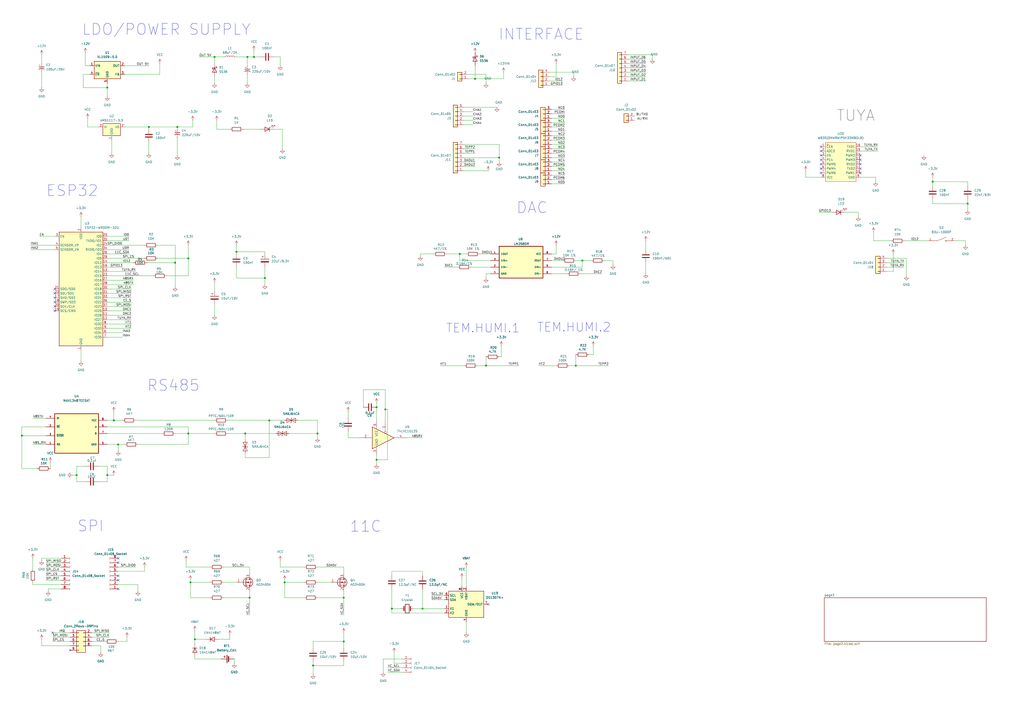
<source format=kicad_sch>
(kicad_sch (version 20250114) (generator "eeschema") (generator_version "9.0")
  (paper "A2")
  (text "ESP32\n" (at 41.91 110.744 0) (effects (font (size 6.35 6.35))))
  (text "11C" (at 212.09 305.562 0) (effects (font (size 6.35 6.35))))
  (text "DAC" (at 308.61 120.65 0) (effects (font (size 6.35 6.35))))
  (text "RS485" (at 100.584 223.774 0) (effects (font (size 6.35 6.35))))
  (text "TEM.HUMI.2" (at 332.994 189.992 0) (effects (font (size 5.08 5.08))))
  (text "INTERFACE" (at 313.944 20.066 0) (effects (font (size 6.35 6.35))))
  (text "TEM.HUMI.1" (at 280.162 190.5 0) (effects (font (size 5.08 5.08))))
  (text "SPI" (at 52.578 305.308 0) (effects (font (size 6.35 6.35))))
  (text "LDO/POWER SUPPLY\n" (at 96.52 17.272 0) (effects (font (size 6.35 6.35))))
  (junction (at 337.82 151.13))
  (junction (at 124.46 33.02))
  (junction (at 334.01 212.09))
  (junction (at 44.45 275.59))
  (junction (at 62.23 275.59))
  (junction (at 199.39 372.11))
  (junction (at 102.87 73.66))
  (junction (at 142.24 251.46))
  (junction (at 181.61 386.08))
  (junction (at 66.04 243.84))
  (junction (at 109.22 149.86))
  (junction (at 223.52 237.49))
  (junction (at 541.02 105.41))
  (junction (at 245.11 353.06))
  (junction (at 12.7 252.73))
  (junction (at 101.6 152.4))
  (junction (at 165.1 337.82))
  (junction (at 218.44 236.22))
  (junction (at 281.94 212.09))
  (junction (at 275.59 45.72))
  (junction (at 153.67 161.29))
  (junction (at 199.39 346.71))
  (junction (at 266.7 147.32))
  (junction (at 62.23 50.8))
  (junction (at 218.44 266.7))
  (junction (at 113.03 370.84))
  (junction (at 86.36 73.66))
  (junction (at 289.56 91.44))
  (junction (at 144.78 346.71))
  (junction (at 137.16 146.05))
  (junction (at 156.21 243.84))
  (junction (at 227.33 353.06))
  (junction (at 561.34 118.11))
  (junction (at 68.58 257.81))
  (junction (at 143.51 33.02))
  (junction (at 109.22 251.46))
  (junction (at 184.15 251.46))
  (junction (at 147.32 33.02))
  (junction (at 110.49 337.82))
  (no_connect (at 40.64 377.19))
  (no_connect (at 283.21 350.52))
  (no_connect (at 476.25 97.79))
  (no_connect (at 30.48 367.03))
  (no_connect (at 68.58 334.01))
  (no_connect (at 31.75 175.26))
  (no_connect (at 499.11 95.25))
  (no_connect (at 31.75 167.64))
  (no_connect (at 476.25 95.25))
  (no_connect (at 476.25 90.17))
  (no_connect (at 31.75 177.8))
  (no_connect (at 499.11 92.71))
  (no_connect (at 31.75 172.72))
  (no_connect (at 31.75 170.18))
  (no_connect (at 499.11 100.33))
  (no_connect (at 476.25 87.63))
  (no_connect (at 68.58 326.39))
  (no_connect (at 499.11 90.17))
  (no_connect (at 499.11 97.79))
  (no_connect (at 476.25 100.33))
  (no_connect (at 68.58 323.85))
  (no_connect (at 31.75 180.34))
  (no_connect (at 68.58 341.63))
  (no_connect (at 476.25 92.71))
  (no_connect (at 68.58 336.55))
  (no_connect (at 476.25 85.09))
  (wire (pts (xy 124.46 176.53) (xy 124.46 182.88)))
  (wire (pts (xy 129.54 328.93) (xy 144.78 328.93)))
  (wire (pts (xy 142.24 262.89) (xy 142.24 265.43)))
  (wire (pts (xy 62.23 160.02) (xy 88.9 160.02)))
  (wire (pts (xy 269.24 86.36) (xy 275.59 86.36)))
  (wire (pts (xy 68.58 339.09) (xy 80.01 339.09)))
  (wire (pts (xy 184.15 251.46) (xy 184.15 254)))
  (wire (pts (xy 320.04 106.68) (xy 327.66 106.68)))
  (wire (pts (xy 320.04 96.52) (xy 327.66 96.52)))
  (wire (pts (xy 50.8 68.58) (xy 50.8 73.66)))
  (wire (pts (xy 269.24 67.31) (xy 274.32 67.31)))
  (wire (pts (xy 158.75 74.93) (xy 163.83 74.93)))
  (wire (pts (xy 73.66 369.57) (xy 73.66 372.11)))
  (wire (pts (xy 541.02 118.11) (xy 561.34 118.11)))
  (wire (pts (xy 137.16 161.29) (xy 153.67 161.29)))
  (wire (pts (xy 44.45 275.59) (xy 44.45 270.51)))
  (wire (pts (xy 107.95 325.12) (xy 107.95 328.93)))
  (wire (pts (xy 227.33 355.6) (xy 227.33 353.06)))
  (wire (pts (xy 269.24 72.39) (xy 274.32 72.39)))
  (wire (pts (xy 218.44 266.7) (xy 218.44 269.24)))
  (wire (pts (xy 320.04 63.5) (xy 327.66 63.5)))
  (wire (pts (xy 364.49 34.29) (xy 374.65 34.29)))
  (wire (pts (xy 337.82 154.94) (xy 337.82 151.13)))
  (wire (pts (xy 223.52 237.49) (xy 223.52 243.84)))
  (wire (pts (xy 62.23 187.96) (xy 76.2 187.96)))
  (wire (pts (xy 199.39 346.71) (xy 199.39 356.87)))
  (wire (pts (xy 320.04 81.28) (xy 327.66 81.28)))
  (wire (pts (xy 102.87 80.01) (xy 102.87 90.17)))
  (wire (pts (xy 52.07 38.1) (xy 49.53 38.1)))
  (wire (pts (xy 62.23 257.81) (xy 68.58 257.81)))
  (wire (pts (xy 147.32 29.21) (xy 147.32 33.02)))
  (wire (pts (xy 318.77 44.45) (xy 322.58 44.45)))
  (wire (pts (xy 137.16 146.05) (xy 137.16 147.32)))
  (wire (pts (xy 270.51 360.68) (xy 270.51 367.03)))
  (wire (pts (xy 320.04 68.58) (xy 327.66 68.58)))
  (wire (pts (xy 86.36 82.55) (xy 86.36 88.9)))
  (wire (pts (xy 132.08 251.46) (xy 142.24 251.46)))
  (wire (pts (xy 137.16 154.94) (xy 137.16 161.29)))
  (wire (pts (xy 12.7 271.78) (xy 21.59 271.78)))
  (wire (pts (xy 62.23 195.58) (xy 71.12 195.58)))
  (wire (pts (xy 62.23 190.5) (xy 76.2 190.5)))
  (wire (pts (xy 129.54 346.71) (xy 144.78 346.71)))
  (wire (pts (xy 561.34 118.11) (xy 561.34 115.57)))
  (wire (pts (xy 129.54 337.82) (xy 137.16 337.82)))
  (wire (pts (xy 109.22 251.46) (xy 109.22 247.65)))
  (wire (pts (xy 26.67 336.55) (xy 35.56 336.55)))
  (wire (pts (xy 561.34 105.41) (xy 541.02 105.41)))
  (wire (pts (xy 337.82 151.13) (xy 342.9 151.13)))
  (wire (pts (xy 524.51 139.7) (xy 538.48 139.7)))
  (wire (pts (xy 199.39 386.08) (xy 181.61 386.08)))
  (wire (pts (xy 281.94 158.75) (xy 281.94 161.29)))
  (wire (pts (xy 62.23 144.78) (xy 74.93 144.78)))
  (wire (pts (xy 52.07 43.18) (xy 48.26 43.18)))
  (wire (pts (xy 269.24 91.44) (xy 289.56 91.44)))
  (wire (pts (xy 561.34 118.11) (xy 561.34 121.92)))
  (wire (pts (xy 223.52 226.06) (xy 223.52 237.49)))
  (wire (pts (xy 474.98 123.19) (xy 482.6 123.19)))
  (wire (pts (xy 269.24 99.06) (xy 283.21 99.06)))
  (wire (pts (xy 53.34 369.57) (xy 63.5 369.57)))
  (wire (pts (xy 26.67 334.01) (xy 35.56 334.01)))
  (wire (pts (xy 113.03 365.76) (xy 113.03 370.84)))
  (wire (pts (xy 541.02 102.87) (xy 541.02 105.41)))
  (wire (pts (xy 176.53 328.93) (xy 162.56 328.93)))
  (wire (pts (xy 284.48 151.13) (xy 266.7 151.13)))
  (wire (pts (xy 102.87 73.66) (xy 111.76 73.66)))
  (wire (pts (xy 26.67 328.93) (xy 35.56 328.93)))
  (wire (pts (xy 320.04 91.44) (xy 327.66 91.44)))
  (wire (pts (xy 176.53 346.71) (xy 165.1 346.71)))
  (wire (pts (xy 233.68 384.81) (xy 228.6 384.81)))
  (wire (pts (xy 218.44 233.68) (xy 218.44 236.22)))
  (wire (pts (xy 222.25 382.27) (xy 222.25 389.89)))
  (wire (pts (xy 26.67 247.65) (xy 12.7 247.65)))
  (wire (pts (xy 124.46 163.83) (xy 124.46 168.91)))
  (wire (pts (xy 320.04 66.04) (xy 327.66 66.04)))
  (wire (pts (xy 165.1 337.82) (xy 176.53 337.82)))
  (wire (pts (xy 257.81 355.6) (xy 227.33 355.6)))
  (wire (pts (xy 40.64 374.65) (xy 24.13 374.65)))
  (wire (pts (xy 109.22 142.24) (xy 109.22 149.86)))
  (wire (pts (xy 497.84 123.19) (xy 497.84 125.73)))
  (wire (pts (xy 62.23 142.24) (xy 83.82 142.24)))
  (wire (pts (xy 514.35 157.48) (xy 518.16 157.48)))
  (wire (pts (xy 245.11 331.47) (xy 245.11 334.01)))
  (wire (pts (xy 499.11 102.87) (xy 508 102.87)))
  (wire (pts (xy 158.75 33.02) (xy 162.56 33.02)))
  (wire (pts (xy 24.13 31.75) (xy 24.13 36.83)))
  (wire (pts (xy 514.35 152.4) (xy 524.51 152.4)))
  (wire (pts (xy 334.01 151.13) (xy 337.82 151.13)))
  (wire (pts (xy 62.23 152.4) (xy 77.47 152.4)))
  (wire (pts (xy 68.58 257.81) (xy 68.58 261.62)))
  (wire (pts (xy 135.89 382.27) (xy 135.89 384.81)))
  (wire (pts (xy 124.46 33.02) (xy 124.46 36.83)))
  (wire (pts (xy 62.23 193.04) (xy 71.12 193.04)))
  (wire (pts (xy 320.04 78.74) (xy 327.66 78.74)))
  (wire (pts (xy 289.56 83.82) (xy 289.56 91.44)))
  (wire (pts (xy 541.02 105.41) (xy 541.02 107.95)))
  (wire (pts (xy 53.34 374.65) (xy 58.42 374.65)))
  (wire (pts (xy 57.15 279.4) (xy 62.23 279.4)))
  (wire (pts (xy 201.93 254) (xy 201.93 250.19)))
  (wire (pts (xy 374.65 139.7) (xy 374.65 144.78)))
  (wire (pts (xy 269.24 88.9) (xy 275.59 88.9)))
  (wire (pts (xy 48.26 43.18) (xy 48.26 50.8)))
  (wire (pts (xy 267.97 335.28) (xy 267.97 340.36)))
  (wire (pts (xy 62.23 275.59) (xy 66.04 275.59)))
  (wire (pts (xy 250.19 345.44) (xy 257.81 345.44)))
  (wire (pts (xy 68.58 328.93) (xy 78.74 328.93)))
  (wire (pts (xy 266.7 147.32) (xy 270.51 147.32)))
  (wire (pts (xy 62.23 270.51) (xy 57.15 270.51)))
  (wire (pts (xy 115.57 33.02) (xy 124.46 33.02)))
  (wire (pts (xy 184.15 328.93) (xy 199.39 328.93)))
  (wire (pts (xy 165.1 336.55) (xy 165.1 337.82)))
  (wire (pts (xy 181.61 375.92) (xy 181.61 372.11)))
  (wire (pts (xy 320.04 99.06) (xy 327.66 99.06)))
  (wire (pts (xy 320.04 104.14) (xy 327.66 104.14)))
  (wire (pts (xy 153.67 147.32) (xy 153.67 146.05)))
  (wire (pts (xy 140.97 74.93) (xy 151.13 74.93)))
  (wire (pts (xy 181.61 383.54) (xy 181.61 386.08)))
  (wire (pts (xy 344.17 200.66) (xy 344.17 205.74)))
  (wire (pts (xy 320.04 154.94) (xy 337.82 154.94)))
  (wire (pts (xy 208.28 254) (xy 201.93 254)))
  (wire (pts (xy 172.72 243.84) (xy 184.15 243.84)))
  (wire (pts (xy 322.58 44.45) (xy 322.58 36.83)))
  (wire (pts (xy 181.61 372.11) (xy 199.39 372.11)))
  (wire (pts (xy 525.78 149.86) (xy 525.78 160.02)))
  (wire (pts (xy 506.73 139.7) (xy 516.89 139.7)))
  (wire (pts (xy 83.82 328.93) (xy 83.82 331.47)))
  (wire (pts (xy 364.49 39.37) (xy 374.65 39.37)))
  (wire (pts (xy 336.55 158.75) (xy 349.25 158.75)))
  (wire (pts (xy 64.77 81.28) (xy 64.77 88.9)))
  (wire (pts (xy 320.04 147.32) (xy 322.58 147.32)))
  (wire (pts (xy 266.7 151.13) (xy 266.7 147.32)))
  (wire (pts (xy 330.2 212.09) (xy 334.01 212.09)))
  (wire (pts (xy 364.49 31.75) (xy 378.46 31.75)))
  (wire (pts (xy 102.87 73.66) (xy 102.87 74.93)))
  (wire (pts (xy 110.49 337.82) (xy 121.92 337.82)))
  (wire (pts (xy 62.23 154.94) (xy 71.12 154.94)))
  (wire (pts (xy 210.82 226.06) (xy 223.52 226.06)))
  (wire (pts (xy 181.61 386.08) (xy 181.61 391.16)))
  (wire (pts (xy 199.39 328.93) (xy 199.39 332.74)))
  (wire (pts (xy 62.23 243.84) (xy 66.04 243.84)))
  (wire (pts (xy 62.23 247.65) (xy 109.22 247.65)))
  (wire (pts (xy 269.24 96.52) (xy 275.59 96.52)))
  (wire (pts (xy 227.33 353.06) (xy 232.41 353.06)))
  (wire (pts (xy 46.99 203.2) (xy 46.99 209.55)))
  (wire (pts (xy 257.81 154.94) (xy 265.43 154.94)))
  (wire (pts (xy 143.51 33.02) (xy 143.51 38.1)))
  (wire (pts (xy 259.08 147.32) (xy 266.7 147.32)))
  (wire (pts (xy 12.7 252.73) (xy 26.67 252.73)))
  (wire (pts (xy 132.08 243.84) (xy 156.21 243.84)))
  (wire (pts (xy 506.73 134.62) (xy 506.73 139.7)))
  (wire (pts (xy 561.34 107.95) (xy 561.34 105.41)))
  (wire (pts (xy 245.11 353.06) (xy 257.81 353.06)))
  (wire (pts (xy 320.04 158.75) (xy 328.93 158.75)))
  (wire (pts (xy 62.23 275.59) (xy 62.23 270.51)))
  (wire (pts (xy 35.56 323.85) (xy 24.13 323.85)))
  (wire (pts (xy 62.23 48.26) (xy 62.23 50.8)))
  (wire (pts (xy 101.6 152.4) (xy 101.6 166.37)))
  (wire (pts (xy 62.23 165.1) (xy 77.47 165.1)))
  (wire (pts (xy 224.79 389.89) (xy 233.68 389.89)))
  (wire (pts (xy 62.23 251.46) (xy 93.98 251.46)))
  (wire (pts (xy 91.44 149.86) (xy 109.22 149.86)))
  (wire (pts (xy 275.59 45.72) (xy 292.1 45.72)))
  (wire (pts (xy 44.45 279.4) (xy 44.45 275.59)))
  (wire (pts (xy 19.05 323.85) (xy 19.05 330.2)))
  (wire (pts (xy 144.78 342.9) (xy 144.78 346.71)))
  (wire (pts (xy 271.78 45.72) (xy 275.59 45.72)))
  (wire (pts (xy 281.94 212.09) (xy 300.99 212.09)))
  (wire (pts (xy 320.04 83.82) (xy 327.66 83.82)))
  (wire (pts (xy 121.92 328.93) (xy 107.95 328.93)))
  (wire (pts (xy 127 370.84) (xy 133.35 370.84)))
  (wire (pts (xy 53.34 367.03) (xy 63.5 367.03)))
  (wire (pts (xy 227.33 353.06) (xy 227.33 341.63)))
  (wire (pts (xy 24.13 323.85) (xy 24.13 325.12)))
  (wire (pts (xy 35.56 341.63) (xy 27.94 341.63)))
  (wire (pts (xy 12.7 252.73) (xy 12.7 271.78)))
  (wire (pts (xy 68.58 372.11) (xy 73.66 372.11)))
  (wire (pts (xy 508 102.87) (xy 508 105.41)))
  (wire (pts (xy 19.05 337.82) (xy 19.05 339.09)))
  (wire (pts (xy 57.15 73.66) (xy 50.8 73.66)))
  (wire (pts (xy 113.03 370.84) (xy 113.03 373.38)))
  (wire (pts (xy 137.16 33.02) (xy 143.51 33.02)))
  (wire (pts (xy 270.51 328.93) (xy 270.51 340.36)))
  (wire (pts (xy 62.23 137.16) (xy 74.93 137.16)))
  (wire (pts (xy 292.1 45.72) (xy 292.1 41.91)))
  (wire (pts (xy 364.49 36.83) (xy 374.65 36.83)))
  (wire (pts (xy 113.03 382.27) (xy 128.27 382.27)))
  (wire (pts (xy 199.39 367.03) (xy 199.39 372.11)))
  (wire (pts (xy 223.52 237.49) (xy 224.79 237.49)))
  (wire (pts (xy 62.23 167.64) (xy 76.2 167.64)))
  (wire (pts (xy 153.67 154.94) (xy 153.67 161.29)))
  (wire (pts (xy 144.78 346.71) (xy 144.78 356.87)))
  (wire (pts (xy 269.24 62.23) (xy 288.29 62.23)))
  (wire (pts (xy 275.59 45.72) (xy 275.59 38.1)))
  (wire (pts (xy 78.74 243.84) (xy 124.46 243.84)))
  (wire (pts (xy 163.83 74.93) (xy 163.83 86.36)))
  (wire (pts (xy 364.49 44.45) (xy 374.65 44.45)))
  (wire (pts (xy 156.21 243.84) (xy 165.1 243.84)))
  (wire (pts (xy 276.86 212.09) (xy 281.94 212.09)))
  (wire (pts (xy 110.49 336.55) (xy 110.49 337.82)))
  (wire (pts (xy 133.35 368.3) (xy 133.35 370.84)))
  (wire (pts (xy 62.23 175.26) (xy 76.2 175.26)))
  (wire (pts (xy 162.56 33.02) (xy 162.56 38.1)))
  (wire (pts (xy 66.04 243.84) (xy 71.12 243.84)))
  (wire (pts (xy 318.77 41.91) (xy 332.74 41.91)))
  (wire (pts (xy 144.78 328.93) (xy 144.78 332.74)))
  (wire (pts (xy 35.56 339.09) (xy 19.05 339.09)))
  (wire (pts (xy 12.7 247.65) (xy 12.7 252.73)))
  (wire (pts (xy 514.35 149.86) (xy 525.78 149.86)))
  (wire (pts (xy 30.48 367.03) (xy 40.64 367.03)))
  (wire (pts (xy 109.22 251.46) (xy 124.46 251.46)))
  (wire (pts (xy 62.23 157.48) (xy 78.74 157.48)))
  (wire (pts (xy 199.39 372.11) (xy 199.39 375.92)))
  (wire (pts (xy 26.67 331.47) (xy 35.56 331.47)))
  (wire (pts (xy 137.16 142.24) (xy 137.16 146.05)))
  (wire (pts (xy 251.46 147.32) (xy 243.84 147.32)))
  (wire (pts (xy 281.94 43.18) (xy 281.94 48.26)))
  (wire (pts (xy 96.52 160.02) (xy 109.22 160.02)))
  (wire (pts (xy 68.58 257.81) (xy 72.39 257.81)))
  (wire (pts (xy 62.23 177.8) (xy 76.2 177.8)))
  (wire (pts (xy 240.03 353.06) (xy 245.11 353.06)))
  (wire (pts (xy 165.1 337.82) (xy 165.1 346.71)))
  (wire (pts (xy 201.93 238.76) (xy 201.93 242.57)))
  (wire (pts (xy 320.04 73.66) (xy 327.66 73.66)))
  (wire (pts (xy 320.04 93.98) (xy 327.66 93.98)))
  (wire (pts (xy 62.23 50.8) (xy 62.23 55.88)))
  (wire (pts (xy 80.01 339.09) (xy 80.01 342.9)))
  (wire (pts (xy 320.04 101.6) (xy 327.66 101.6)))
  (wire (pts (xy 184.15 243.84) (xy 184.15 251.46)))
  (wire (pts (xy 27.94 341.63) (xy 27.94 342.9)))
  (wire (pts (xy 26.67 326.39) (xy 35.56 326.39)))
  (wire (pts (xy 48.26 50.8) (xy 62.23 50.8)))
  (wire (pts (xy 142.24 251.46) (xy 160.02 251.46)))
  (wire (pts (xy 72.39 73.66) (xy 86.36 73.66)))
  (wire (pts (xy 284.48 158.75) (xy 281.94 158.75)))
  (wire (pts (xy 62.23 149.86) (xy 83.82 149.86)))
  (wire (pts (xy 62.23 180.34) (xy 76.2 180.34)))
  (wire (pts (xy 49.53 30.48) (xy 49.53 38.1)))
  (wire (pts (xy 224.79 266.7) (xy 218.44 266.7)))
  (wire (pts (xy 62.23 139.7) (xy 74.93 139.7)))
  (wire (pts (xy 19.05 242.57) (xy 26.67 242.57)))
  (wire (pts (xy 273.05 154.94) (xy 284.48 154.94)))
  (wire (pts (xy 19.05 257.81) (xy 26.67 257.81)))
  (wire (pts (xy 499.11 85.09) (xy 509.27 85.09)))
  (wire (pts (xy 24.13 41.91) (xy 24.13 50.8)))
  (wire (pts (xy 66.04 238.76) (xy 66.04 243.84)))
  (wire (pts (xy 514.35 154.94) (xy 524.51 154.94)))
  (wire (pts (xy 86.36 73.66) (xy 102.87 73.66)))
  (wire (pts (xy 184.15 346.71) (xy 199.39 346.71)))
  (wire (pts (xy 111.76 69.85) (xy 111.76 73.66)))
  (wire (pts (xy 243.84 147.32) (xy 243.84 148.59)))
  (wire (pts (xy 109.22 257.81) (xy 109.22 251.46)))
  (wire (pts (xy 334.01 205.74) (xy 334.01 212.09)))
  (wire (pts (xy 22.86 137.16) (xy 31.75 137.16)))
  (wire (pts (xy 374.65 152.4) (xy 374.65 158.75)))
  (wire (pts (xy 269.24 64.77) (xy 274.32 64.77)))
  (wire (pts (xy 318.77 49.53) (xy 326.39 49.53)))
  (wire (pts (xy 350.52 151.13) (xy 355.6 151.13)))
  (wire (pts (xy 62.23 279.4) (xy 62.23 275.59)))
  (wire (pts (xy 560.07 139.7) (xy 560.07 142.24)))
  (wire (pts (xy 41.91 275.59) (xy 44.45 275.59)))
  (wire (pts (xy 364.49 46.99) (xy 374.65 46.99)))
  (wire (pts (xy 62.23 172.72) (xy 76.2 172.72)))
  (wire (pts (xy 162.56 325.12) (xy 162.56 328.93)))
  (wire (pts (xy 224.79 237.49) (xy 224.79 266.7)))
  (wire (pts (xy 147.32 33.02) (xy 151.13 33.02)))
  (wire (pts (xy 24.13 370.84) (xy 24.13 374.65)))
  (wire (pts (xy 62.23 162.56) (xy 77.47 162.56)))
  (wire (pts (xy 271.78 43.18) (xy 281.94 43.18)))
  (wire (pts (xy 58.42 374.65) (xy 58.42 378.46)))
  (wire (pts (xy 80.01 257.81) (xy 109.22 257.81)))
  (wire (pts (xy 518.16 157.48) (xy 518.16 147.32)))
  (wire (pts (xy 290.83 207.01) (xy 290.83 200.66)))
  (wire (pts (xy 46.99 125.73) (xy 46.99 132.08)))
  (wire (pts (xy 109.22 149.86) (xy 109.22 160.02)))
  (wire (pts (xy 49.53 279.4) (xy 44.45 279.4)))
  (wire (pts (xy 233.68 382.27) (xy 222.25 382.27)))
  (wire (pts (xy 245.11 341.63) (xy 245.11 353.06)))
  (wire (pts (xy 332.74 41.91) (xy 332.74 44.45)))
  (wire (pts (xy 322.58 147.32) (xy 322.58 142.24)))
  (wire (pts (xy 143.51 43.18) (xy 143.51 48.26)))
  (wire (pts (xy 121.92 346.71) (xy 110.49 346.71)))
  (wire (pts (xy 49.53 270.51) (xy 44.45 270.51)))
  (wire (pts (xy 113.03 381) (xy 113.03 382.27)))
  (wire (pts (xy 199.39 342.9) (xy 199.39 346.71)))
  (wire (pts (xy 86.36 73.66) (xy 86.36 74.93)))
  (wire (pts (xy 320.04 88.9) (xy 327.66 88.9)))
  (wire (pts (xy 364.49 41.91) (xy 374.65 41.91)))
  (wire (pts (xy 210.82 226.06) (xy 210.82 236.22)))
  (wire (pts (xy 467.36 102.87) (xy 476.25 102.87)))
  (wire (pts (xy 143.51 33.02) (xy 147.32 33.02)))
  (wire (pts (xy 101.6 251.46) (xy 109.22 251.46)))
  (wire (pts (xy 30.48 372.11) (xy 40.64 372.11)))
  (wire (pts (xy 312.42 212.09) (xy 322.58 212.09)))
  (wire (pts (xy 378.46 31.75) (xy 378.46 34.29)))
  (wire (pts (xy 499.11 87.63) (xy 509.27 87.63)))
  (wire (pts (xy 125.73 74.93) (xy 133.35 74.93)))
  (wire (pts (xy 153.67 146.05) (xy 137.16 146.05)))
  (wire (pts (xy 17.78 144.78) (xy 31.75 144.78)))
  (wire (pts (xy 320.04 86.36) (xy 327.66 86.36)))
  (wire (pts (xy 467.36 99.06) (xy 467.36 102.87)))
  (wire (pts (xy 490.22 123.19) (xy 497.84 123.19)))
  (wire (pts (xy 167.64 251.46) (xy 184.15 251.46)))
  (wire (pts (xy 355.6 153.67) (xy 355.6 151.13)))
  (wire (pts (xy 199.39 383.54) (xy 199.39 386.08)))
  (wire (pts (xy 92.71 36.83) (xy 92.71 43.18)))
  (wire (pts (xy 72.39 38.1) (xy 86.36 38.1)))
  (wire (pts (xy 320.04 71.12) (xy 327.66 71.12)))
  (wire (pts (xy 153.67 161.29) (xy 153.67 165.1)))
  (wire (pts (xy 17.78 142.24) (xy 31.75 142.24)))
  (wire (pts (xy 227.33 334.01) (xy 227.33 331.47)))
  (wire (pts (xy 553.72 139.7) (xy 560.07 139.7)))
  (wire (pts (xy 236.22 254) (xy 245.11 254)))
  (wire (pts (xy 320.04 151.13) (xy 326.39 151.13)))
  (wire (pts (xy 281.94 207.01) (xy 281.94 212.09)))
  (wire (pts (xy 124.46 33.02) (xy 129.54 33.02)))
  (wire (pts (xy 124.46 44.45) (xy 124.46 48.26)))
  (wire (pts (xy 62.23 147.32) (xy 74.93 147.32)))
  (wire (pts (xy 72.39 43.18) (xy 92.71 43.18)))
  (wire (pts (xy 62.23 170.18) (xy 76.2 170.18)))
  (wire (pts (xy 269.24 93.98) (xy 275.59 93.98)))
  (wire (pts (xy 228.6 384.81) (xy 228.6 378.46)))
  (wire (pts (xy 218.44 264.16) (xy 218.44 266.7)))
  (wire (pts (xy 541.02 115.57) (xy 541.02 118.11)))
  (wire (pts (xy 125.73 69.85) (xy 125.73 74.93)))
  (wire (pts (xy 85.09 152.4) (xy 101.6 152.4)))
  (wire (pts (xy 289.56 91.44) (xy 289.56 93.98)))
  (wire (pts (xy 62.23 185.42) (xy 76.2 185.42)))
  (wire (pts (xy 224.79 387.35) (xy 233.68 387.35)))
  (wire (pts (xy 110.49 337.82) (xy 110.49 346.71)))
  (wire (pts (xy 113.03 370.84) (xy 119.38 370.84)))
  (wire (pts (xy 62.23 182.88) (xy 76.2 182.88)))
  (wire (pts (xy 289.56 207.01) (xy 290.83 207.01)))
  (wire (pts (xy 142.24 251.46) (xy 142.24 255.27)))
  (wire (pts (xy 320.04 76.2) (xy 327.66 76.2)))
  (wire (pts (xy 269.24 83.82) (xy 289.56 83.82)))
  (wire (pts (xy 184.15 337.82) (xy 191.77 337.82)))
  (wire (pts (xy 142.24 265.43) (xy 156.21 265.43)))
  (wire (pts (xy 255.27 212.09) (xy 269.24 212.09)))
  (wire (pts (xy 68.58 331.47) (xy 83.82 331.47)))
  (wire (pts (xy 227.33 331.47) (xy 245.11 331.47)))
  (wire (pts (xy 91.44 142.24) (xy 101.6 142.24)))
  (wire (pts (xy 53.34 372.11) (xy 60.96 372.11)))
  (wire (pts (xy 101.6 142.24) (xy 101.6 152.4)))
  (wire (pts (xy 250.19 347.98) (xy 257.81 347.98)))
  (wire (pts (xy 29.21 267.97) (xy 29.21 271.78)))
  (wire (pts (xy 30.48 369.57) (xy 40.64 369.57)))
  (wire (pts (xy 218.44 236.22) (xy 218.44 243.84)))
  (wire (pts (xy 156.21 243.84) (xy 156.21 265.43)))
  (wire (pts (xy 318.77 46.99) (xy 326.39 46.99)))
  (wire (pts (xy 334.01 212.09) (xy 353.06 212.09)))
  (wire (pts (xy 341.63 205.74) (xy 344.17 205.74)))
  (wire (pts (xy 269.24 69.85) (xy 274.32 69.85)))
  (wire (pts (xy 278.13 147.32) (xy 284.48 147.32)))
  (label "INPUT_D2" (at 374.65 44.45 180))
  (label "SPI_CLK" (at 26.67 331.47 0))
  (label "SPI_MOSI" (at 76.2 177.8 180))
  (label "SPI_MOSI" (at 30.48 369.57 0))
  (label "IO12" (at 528.32 139.7 0))
  (label "NC4" (at 327.66 93.98 180))
  (label "SCL_5V" (at 134.62 328.93 0))
  (label "GPIO13" (at 71.12 154.94 180))
  (label "TEPP2" (at 275.59 86.36 180))
  (label "IO12" (at 71.12 152.4 0))
  (label "DAC1" (at 257.81 154.94 0))
  (label "CHA2" (at 274.32 67.31 0))
  (label "INA1" (at 17.78 142.24 0))
  (label "IIC_SCL" (at 144.78 356.87 90))
  (label "PCOM5" (at 327.66 96.52 180))
  (label "DAOU2" (at 321.31 151.13 0))
  (label "CHA3" (at 274.32 69.85 0))
  (label "DAOU1" (at 275.59 93.98 180))
  (label "NO0" (at 327.66 68.58 180))
  (label "NC1" (at 327.66 71.12 180))
  (label "SPI_RST" (at 76.2 172.72 180))
  (label "SPI_DIO0" (at 62.23 142.24 0))
  (label "IIC_SCL" (at 224.79 387.35 0))
  (label "DAC1" (at 76.2 180.34 180))
  (label "485TX" (at 19.05 242.57 0))
  (label "485TX" (at 77.47 165.1 180))
  (label "SDA5V" (at 250.19 347.98 0))
  (label "BI{slash}TXO" (at 375.92 67.31 180))
  (label "TEPP1" (at 300.99 212.09 180))
  (label "INPUT_D6" (at 374.65 34.29 180))
  (label "NO3" (at 327.66 91.44 180))
  (label "485_RXI" (at 19.05 257.81 0))
  (label "NC5" (at 327.66 101.6 180))
  (label "NO2" (at 327.66 83.82 180))
  (label "TUYA_RX" (at 78.74 157.48 180))
  (label "DAC2" (at 349.25 158.75 180))
  (label "SPI_CS" (at 26.67 334.01 0))
  (label "SPI_MISO" (at 63.5 367.03 180))
  (label "GPIO13" (at 474.98 123.19 0))
  (label "DAOU1" (at 279.4 147.32 0))
  (label "CHA1" (at 274.32 64.77 0))
  (label "OUT 5V" (at 115.57 33.02 0))
  (label "SDA5V" (at 189.23 328.93 0))
  (label "TEPP1" (at 275.59 88.9 180))
  (label "HT2" (at 76.2 190.5 180))
  (label "SPI_CS" (at 30.48 372.11 0))
  (label "GPIO13" (at 326.39 49.53 180))
  (label "DAOU2" (at 275.59 96.52 180))
  (label "SPI_RST" (at 26.67 336.55 0))
  (label "TUYA_RX" (at 509.27 85.09 180))
  (label "AI{slash}RXI" (at 375.92 69.85 180))
  (label "PCOM4" (at 327.66 88.9 180))
  (label "IO0" (at 74.93 137.16 180))
  (label "SPI_CLK" (at 63.5 369.57 180))
  (label "SPI_CS" (at 71.12 149.86 0))
  (label "SCL_5V" (at 250.19 345.44 0))
  (label "CE_S" (at 55.88 372.11 0))
  (label "INPUT_D3" (at 374.65 41.91 180))
  (label "IIC_SDA" (at 199.39 356.87 90))
  (label "NC0" (at 327.66 63.5 180))
  (label "IIC_SDA" (at 224.79 389.89 0))
  (label "TUYA" (at 485.14 72.39 0) (effects (font (size 6.35 6.35))))
  (label "PCOM6" (at 327.66 104.14 180))
  (label "OUT 5V" (at 86.36 38.1 180))
  (label "IRQ" (at 34.29 367.03 0))
  (label "11C_SDA" (at 74.93 147.32 180))
  (label "EN" (at 22.86 137.16 0))
  (label "SPI_CLK" (at 76.2 167.64 180))
  (label "11C_SCL" (at 72.39 160.02 0))
  (label "DAC2" (at 76.2 182.88 180))
  (label "CHA4" (at 274.32 72.39 0))
  (label "INPUT_D4" (at 374.65 39.37 180))
  (label "485RX" (at 245.11 254 180))
  (label "IIT1" (at 76.2 187.96 180))
  (label "SPI_DIO0" (at 78.74 328.93 180))
  (label "INPUT_D1" (at 374.65 46.99 180))
  (label "U0R" (at 74.93 144.78 180))
  (label "SPI_MISO" (at 76.2 170.18 180))
  (label "NC2" (at 327.66 78.74 180))
  (label "TUYA_TX" (at 509.27 87.63 180))
  (label "NO1" (at 327.66 76.2 180))
  (label "CE_S" (at 76.2 175.26 180))
  (label "TUYA_TX" (at 524.51 152.4 180))
  (label "PCOM2" (at 327.66 73.66 180))
  (label "SPI_MOSI" (at 26.67 328.93 0))
  (label "NO4" (at 327.66 99.06 180))
  (label "PCOMI" (at 327.66 66.04 180))
  (label "INA3" (at 71.12 193.04 0))
  (label "INA4" (at 71.12 195.58 0))
  (label "NO5" (at 327.66 106.68 180))
  (label "HT1" (at 255.27 212.09 0))
  (label "HT2" (at 312.42 212.09 0))
  (label "TUYA_RX" (at 524.51 154.94 180))
  (label "PCOM3" (at 327.66 81.28 180))
  (label "TUYA_RX" (at 76.2 185.42 180))
  (label "U0T" (at 74.93 139.7 180))
  (label "INPUT_D5" (at 374.65 36.83 180))
  (label "INA2" (at 17.78 144.78 0))
  (label "SPI_MISO" (at 26.67 326.39 0))
  (label "IO12" (at 326.39 46.99 180))
  (label "485RX" (at 77.47 162.56 180))
  (label "TEPP2" (at 353.06 212.09 180))
  (label "NC3" (at 327.66 86.36 180))
  (symbol (lib_id "Device:R") (at 285.75 207.01 90) (unit 1)
    (property "Reference" "R20" (at 286.258 201.676 90))
    (property "Value" "4.7K" (at 285.75 203.962 90))
    (property "Footprint" "Resistor_THT:R_Axial_DIN0309_L9.0mm_D3.2mm_P15.24mm_Horizontal" (effects (hide yes)))
    (property "Description" "Resistor" (effects (hide yes)))
  )
  (symbol (lib_id "power:GND") (at 560.07 142.24 0) (unit 1)
    (property "Reference" "#PWR0149" (effects (hide yes)))
    (property "Value" "GND" (at 560.07 147.32 0))
    (property "Description" "Power symbol creates a global label with name \"GND\" , ground" (effects (hide yes)))
  )
  (symbol (lib_id "Connector_Generic:Conn_01x02") (at 363.22 69.85 180) (unit 1)
    (property "Reference" "J2" (at 363.22 60.96 0))
    (property "Value" "Conn_01x02" (at 363.22 63.5 0))
    (property "Footprint" "Module:Flipper_Zero_Angled" (effects (hide yes)))
    (property "Description" "Generic connector, single row, 01x02, script generated (kicad-library-utils/schlib/autogen/connector/)" (effects (hide yes)))
  )
  (symbol (lib_id "Connector_Generic:Conn_2Rows-09Pins") (at 45.72 372.11 0) (unit 1)
    (property "Reference" "J16" (at 46.99 360.68 0))
    (property "Value" "Conn_2Rows-09Pins" (at 46.99 363.22 0))
    (property "Footprint" "Module:Flipper_Zero_Straight" (effects (hide yes)))
    (property "Description" "Generic connector, double row, 09 pins, odd/even pin numbering scheme (row 1 odd numbers, row 2 even numbers), script generated (kicad-library-utils/schlib/autogen/connector/)" (effects (hide yes)))
  )
  (symbol (lib_id "power:GND") (at 289.56 93.98 0) (unit 1)
    (property "Reference" "#PWR043" (effects (hide yes)))
    (property "Value" "GND" (at 289.56 98.044 0))
    (property "Description" "Power symbol creates a global label with name \"GND\" , ground" (effects (hide yes)))
  )
  (symbol (lib_id "power:GND") (at 101.6 166.37 0) (unit 1)
    (property "Reference" "#PWR021" (effects (hide yes)))
    (property "Value" "GND" (at 101.6 171.45 0))
    (property "Description" "Power symbol creates a global label with name \"GND\" , ground" (effects (hide yes)))
  )
  (symbol (lib_id "Connector:Conn_01x08_Socket") (at 63.5 334.01 180) (unit 1)
    (property "Reference" "J15" (at 64.135 318.77 0))
    (property "Value" "Conn_01x08_Socket" (at 64.135 321.31 0))
    (property "Footprint" "Module:Flipper_Zero_Angled" (effects (hide yes)))
    (property "Description" "Generic connector, single row, 01x08, script generated" (effects (hide yes)))
  )
  (symbol (lib_id "power:GND") (at 243.84 148.59 0) (unit 1)
    (property "Reference" "#PWR039" (effects (hide yes)))
    (property "Value" "GND" (at 243.84 153.67 0))
    (property "Description" "Power symbol creates a global label with name \"GND\" , ground" (effects (hide yes)))
  )
  (symbol (lib_id "Device:C") (at 181.61 379.73 0) (unit 1)
    (property "Reference" "C25" (at 185.42 378.4599 0) (effects (justify left)))
    (property "Value" "10uF/10V" (at 185.42 380.9999 0) (effects (justify left)))
    (property "Footprint" "Capacitor_Tantalum_SMD:CP_EIA-2012-12_Kemet-R" (effects (hide yes)))
    (property "Description" "Unpolarized capacitor" (effects (hide yes)))
  )
  (symbol (lib_id "thuya:WB3S(0NW9WIP5K33MBOLB)") (at 488.95 95.25 0) (unit 1)
    (property "Reference" "U20" (at 487.68 77.47 0))
    (property "Value" "WB3S(0NW9WIP5K33MBOLB)" (at 487.68 80.01 0))
    (property "Footprint" "C2830108:WB3S-SMD_OEAKA9ADCKYHKZYS" (effects (hide yes)))
    (property "LCSC Part" "C2830108" (effects (hide yes)))
  )
  (symbol (lib_id "power:+3.3V") (at 133.35 368.3 0) (unit 1)
    (property "Reference" "#PWR0132" (effects (hide yes)))
    (property "Value" "-3.3V" (at 133.35 363.22 0))
    (property "Description" "Power symbol creates a global label with name \"+3.3V\"" (effects (hide yes)))
  )
  (symbol (lib_id "Diode:SMAJ64CA") (at 163.83 251.46 180) (unit 1)
    (property "Reference" "D4" (at 163.83 245.11 0))
    (property "Value" "SMAJ64CA" (at 163.83 247.65 0))
    (property "Footprint" "Diode_SMD:D_SMA" (effects (hide yes)))
    (property "Datasheet" "https://www.littelfuse.com/media?resourcetype=datasheets&itemid=75e32973-b177-4ee3-a0ff-cedaf1abdb93&filename=smaj-datasheet" (effects (hide yes)))
    (property "Description" "400W bidirectional Transient Voltage Suppressor, 64.0Vr, SMA(DO-214AC)" (effects (hide yes)))
  )
  (symbol (lib_id "Device:C") (at 374.65 148.59 180) (unit 1)
    (property "Reference" "C10" (at 378.46 147.3199 0) (effects (justify right)))
    (property "Value" "100nF/50V" (at 378.46 149.8599 0) (effects (justify right)))
    (property "Footprint" "Capacitor_Tantalum_SMD:CP_EIA-3216-18_Kemet-A" (effects (hide yes)))
    (property "Description" "Unpolarized capacitor" (effects (hide yes)))
  )
  (symbol (lib_id "power:VCC") (at 162.56 325.12 0) (unit 1)
    (property "Reference" "#PWR0135" (effects (hide yes)))
    (property "Value" "VCC" (at 162.56 320.04 0))
    (property "Description" "Power symbol creates a global label with name \"VCC\"" (effects (hide yes)))
  )
  (symbol (lib_id "Device:C_Polarized") (at 153.67 151.13 0) (unit 1)
    (property "Reference" "C4" (at 157.48 148.9709 0) (effects (justify left)))
    (property "Value" "22uF/6.3V" (at 157.48 151.5109 0) (effects (justify left)))
    (property "Footprint" "Capacitor_Tantalum_SMD:CP_EIA-3528-21_Kemet-B" (effects (hide yes)))
    (property "Description" "Polarized capacitor" (effects (hide yes)))
  )
  (symbol (lib_id "power:+3.3V") (at 165.1 336.55 0) (unit 1)
    (property "Reference" "#PWR0136" (effects (hide yes)))
    (property "Value" "+3.3V" (at 165.1 331.47 0))
    (property "Description" "Power symbol creates a global label with name \"+3.3V\"" (effects (hide yes)))
  )
  (symbol (lib_id "power:GND") (at 163.83 86.36 0) (unit 1)
    (property "Reference" "#PWR012" (effects (hide yes)))
    (property "Value" "GND" (at 163.83 91.44 0))
    (property "Description" "Power symbol creates a global label with name \"GND\" , ground" (effects (hide yes)))
  )
  (symbol (lib_id "LM258DR:LM258DR") (at 302.26 151.13 0) (unit 1)
    (property "Reference" "U6" (at 302.006 138.684 0))
    (property "Value" "LM258DR" (at 302.514 141.478 0))
    (property "Footprint" "LM258DR:SOIC127P599X175-8N" (effects (hide yes)))
    (property "DigiKey_Part_Number" "296-14591-2-ND" (effects (hide yes)))
    (property "SnapEDA_Link" "https://www.snapeda.com/parts/LM258DR/Texas+Instruments/view-part/?ref=snap" (effects (hide yes)))
    (property "Description_1" "Dual, 30-V, 700-kHz operational amplifier with -25°C to 85°C operation" (effects (hide yes)))
    (property "MF" "Texas Instruments" (effects (hide yes)))
    (property "Package" "SOIC-8 Texas Instruments" (effects (hide yes)))
    (property "Check_prices" "https://www.snapeda.com/parts/LM258DR/Texas+Instruments/view-part/?ref=eda" (effects (hide yes)))
    (property "MP" "LM258DR" (effects (hide yes)))
  )
  (symbol (lib_id "power:GND") (at 24.13 325.12 0) (unit 1)
    (property "Reference" "#PWR0122" (effects (hide yes)))
    (property "Value" "GND" (at 24.13 330.2 0))
    (property "Description" "Power symbol creates a global label with name \"GND\" , ground" (effects (hide yes)))
  )
  (symbol (lib_id "Device:R") (at 19.05 334.01 180) (unit 1)
    (property "Reference" "R66" (at 13.716 333.502 90))
    (property "Value" "10K" (at 16.002 334.01 90))
    (property "Footprint" "Resistor_SMD:R_0201_0603Metric" (effects (hide yes)))
    (property "Description" "Resistor" (effects (hide yes)))
  )
  (symbol (lib_id "Device:R") (at 125.73 346.71 90) (unit 1)
    (property "Reference" "R70" (at 125.73 340.36 90))
    (property "Value" "427" (at 125.73 342.9 90))
    (property "Footprint" "Resistor_SMD:R_01005_0402Metric_Pad0.57x0.30mm_HandSolder" (effects (hide yes)))
    (property "Description" "Resistor" (effects (hide yes)))
  )
  (symbol (lib_id "power:VCC") (at 218.44 233.68 0) (unit 1)
    (property "Reference" "#PWR034" (effects (hide yes)))
    (property "Value" "VCC" (at 218.44 228.6 0))
    (property "Description" "Power symbol creates a global label with name \"VCC\"" (effects (hide yes)))
  )
  (symbol (lib_id "Diode:SS36") (at 275.59 34.29 270) (unit 1)
    (property "Reference" "D6" (at 278.13 32.7024 90) (effects (justify left)))
    (property "Value" "SS36" (at 278.13 35.2424 90) (effects (justify left)))
    (property "Footprint" "Diode_SMD:D_SMA" (effects (hide yes)))
    (property "Datasheet" "https://www.vishay.com/docs/88751/ss32.pdf" (effects (hide yes)))
    (property "Description" "60V 3A Schottky Diode, SMA" (effects (hide yes)))
  )
  (symbol (lib_id "power:GND") (at 270.51 367.03 0) (unit 1)
    (property "Reference" "#PWR0141" (effects (hide yes)))
    (property "Value" "GND" (at 270.51 372.11 0))
    (property "Description" "Power symbol creates a global label with name \"GND\" , ground" (effects (hide yes)))
  )
  (symbol (lib_id "Device:R") (at 326.39 212.09 90) (unit 1)
    (property "Reference" "R21" (at 326.898 206.756 90))
    (property "Value" "100K" (at 326.39 209.042 90))
    (property "Footprint" "Resistor_THT:R_Axial_DIN0309_L9.0mm_D3.2mm_P15.24mm_Horizontal" (effects (hide yes)))
    (property "Description" "Resistor" (effects (hide yes)))
  )
  (symbol (lib_id "Device:C") (at 154.94 33.02 90) (unit 1)
    (property "Reference" "C1" (at 154.94 25.4 90))
    (property "Value" "100nF" (at 154.94 27.94 90))
    (property "Footprint" "Capacitor_Tantalum_SMD:CP_EIA-3216-18_Kemet-A" (effects (hide yes)))
    (property "Description" "Unpolarized capacitor" (effects (hide yes)))
  )
  (symbol (lib_id "power:+3.3V") (at 19.05 323.85 0) (unit 1)
    (property "Reference" "#PWR0126" (effects (hide yes)))
    (property "Value" "+3.3V" (at 19.05 318.77 0))
    (property "Description" "Power symbol creates a global label with name \"+3.3V\"" (effects (hide yes)))
  )
  (symbol (lib_id "Connector_Generic:Conn_01x04") (at 509.27 154.94 180) (unit 1)
    (property "Reference" "J18" (at 506.73 154.9401 0) (effects (justify left)))
    (property "Value" "Conn_01x04" (at 506.73 152.4001 0) (effects (justify left)))
    (property "Footprint" "Module:Flipper_Zero_Angled" (effects (hide yes)))
    (property "Description" "Generic connector, single row, 01x04, script generated (kicad-library-utils/schlib/autogen/connector/)" (effects (hide yes)))
  )
  (symbol (lib_id "Device:Battery_Cell") (at 133.35 382.27 90) (unit 1)
    (property "Reference" "BT1" (at 131.5085 374.65 90))
    (property "Value" "Battery_Cell" (at 131.5085 377.19 90))
    (property "Footprint" "Battery:BatteryHolder_MPD_BH-18650-PC2" (effects (hide yes)))
    (property "Description" "Single-cell battery" (effects (hide yes)))
  )
  (symbol (lib_id "power:GND") (at 561.34 121.92 0) (unit 1)
    (property "Reference" "#PWR0148" (effects (hide yes)))
    (property "Value" "GND" (at 561.34 127 0))
    (property "Description" "Power symbol creates a global label with name \"GND\" , ground" (effects (hide yes)))
  )
  (symbol (lib_id "MAX13487EESAT:MAX13487EESAT") (at 44.45 255.27 0) (unit 1)
    (property "Reference" "U4" (at 44.45 229.87 0))
    (property "Value" "MAX13487EESAT" (at 44.45 232.41 0))
    (property "Footprint" "MAX13487EESAT:SOIC127P600X175-8N" (effects (hide yes)))
    (property "MF" "Analog Devices" (effects (hide yes)))
    (property "Description_1" "Half-Duplex RS-485/RS-422-Compatible Transceiver with AutoDirection Control" (effects (hide yes)))
    (property "Package" "SOIC-8 Maxim" (effects (hide yes)))
    (property "Price" "None" (effects (hide yes)))
    (property "SnapEDA_Link" "https://www.snapeda.com/parts/MAX13487EESA+T/Analog+Devices/view-part/?ref=snap" (effects (hide yes)))
    (property "MP" "MAX13487EESA+T" (effects (hide yes)))
    (property "Availability" "In Stock" (effects (hide yes)))
    (property "Check_prices" "https://www.snapeda.com/parts/MAX13487EESA+T/Analog+Devices/view-part/?ref=eda" (effects (hide yes)))
  )
  (symbol (lib_id "Connector_Generic:Conn_01x03") (at 314.96 66.04 180) (unit 1)
    (property "Reference" "J4" (at 312.42 67.3101 0) (effects (justify left)))
    (property "Value" "Conn_01x03" (at 312.42 64.7701 0) (effects (justify left)))
    (property "Footprint" "Module:Flipper_Zero_Angled" (effects (hide yes)))
    (property "Description" "Generic connector, single row, 01x03, script generated (kicad-library-utils/schlib/autogen/connector/)" (effects (hide yes)))
  )
  (symbol (lib_id "power:+3.3V") (at 24.13 370.84 0) (unit 1)
    (property "Reference" "#PWR0128" (effects (hide yes)))
    (property "Value" "+3.3V" (at 24.13 365.76 0))
    (property "Description" "Power symbol creates a global label with name \"+3.3V\"" (effects (hide yes)))
  )
  (symbol (lib_id "power:+3.3V") (at 228.6 378.46 0) (unit 1)
    (property "Reference" "#PWR0140" (effects (hide yes)))
    (property "Value" "-3.3V" (at 228.6 373.38 0))
    (property "Description" "Power symbol creates a global label with name \"+3.3V\"" (effects (hide yes)))
  )
  (symbol (lib_id "Device:R") (at 274.32 147.32 90) (unit 1)
    (property "Reference" "R13" (at 274.828 141.986 90))
    (property "Value" "10K 1%" (at 274.32 144.272 90))
    (property "Footprint" "Resistor_SMD:R_0805_2012Metric" (effects (hide yes)))
    (property "Description" "Resistor" (effects (hide yes)))
  )
  (symbol (lib_id "Device:R") (at 87.63 142.24 90) (unit 1)
    (property "Reference" "R2" (at 87.63 135.89 90))
    (property "Value" "10K" (at 87.63 138.43 90))
    (property "Footprint" "Resistor_SMD:R_0805_2012Metric" (effects (hide yes)))
    (property "Description" "Resistor" (effects (hide yes)))
  )
  (symbol (lib_id "Device:R") (at 125.73 328.93 90) (unit 1)
    (property "Reference" "R68" (at 125.73 322.58 90))
    (property "Value" "427" (at 125.73 325.12 90))
    (property "Footprint" "Resistor_SMD:R_01005_0402Metric_Pad0.57x0.30mm_HandSolder" (effects (hide yes)))
    (property "Description" "Resistor" (effects (hide yes)))
  )
  (symbol (lib_id "Connector:Conn_01x04_Socket") (at 238.76 384.81 0) (unit 1)
    (property "Reference" "J17" (at 240.03 384.8099 0) (effects (justify left)))
    (property "Value" "Conn_01x04_Socket" (at 240.03 387.3499 0) (effects (justify left)))
    (property "Footprint" "Module:Flipper_Zero_Angled" (effects (hide yes)))
    (property "Description" "Generic connector, single row, 01x04, script generated" (effects (hide yes)))
  )
  (symbol (lib_id "power:+3.3V") (at 518.16 147.32 0) (unit 1)
    (property "Reference" "#PWR0153" (effects (hide yes)))
    (property "Value" "+3.3V" (at 518.16 142.24 0))
    (property "Description" "Power symbol creates a global label with name \"+3.3V\"" (effects (hide yes)))
  )
  (symbol (lib_id "Device:C") (at 199.39 379.73 0) (unit 1)
    (property "Reference" "C24" (at 203.2 378.4599 0) (effects (justify left)))
    (property "Value" "10uF/10V" (at 203.2 380.9999 0) (effects (justify left)))
    (property "Footprint" "Capacitor_Tantalum_SMD:CP_EIA-2012-12_Kemet-R" (effects (hide yes)))
    (property "Description" "Unpolarized capacitor" (effects (hide yes)))
  )
  (symbol (lib_id "Diode:1N4148WT") (at 123.19 370.84 0) (unit 1)
    (property "Reference" "D17" (at 123.19 364.49 0))
    (property "Value" "1N4148WT" (at 123.19 367.03 0))
    (property "Footprint" "Diode_SMD:D_SOD-523" (effects (hide yes)))
    (property "Datasheet" "https://www.diodes.com/assets/Datasheets/ds30396.pdf" (effects (hide yes)))
    (property "Description" "75V 0.15A Fast switching Diode, SOD-523" (effects (hide yes)))
    (property "Sim.Device" "D" (effects (hide yes)))
    (property "Sim.Pins" "1=K 2=A" (effects (hide yes)))
  )
  (symbol (lib_id "power:+12V") (at 374.65 139.7 0) (unit 1)
    (property "Reference" "#PWR038" (effects (hide yes)))
    (property "Value" "+12V" (at 374.65 134.62 0))
    (property "Description" "Power symbol creates a global label with name \"+12V\"" (effects (hide yes)))
  )
  (symbol (lib_id "power:GND") (at 281.94 161.29 0) (unit 1)
    (property "Reference" "#PWR040" (effects (hide yes)))
    (property "Value" "GND" (at 281.94 166.37 0))
    (property "Description" "Power symbol creates a global label with name \"GND\" , ground" (effects (hide yes)))
  )
  (symbol (lib_id "Diode:1N6857") (at 124.46 40.64 270) (unit 1)
    (property "Reference" "D1" (at 127 39.0524 90) (effects (justify left)))
    (property "Value" "SS36" (at 127 41.5924 90) (effects (justify left)))
    (property "Footprint" "Diode_THT:D_DO-35_SOD27_P7.62mm_Horizontal" (effects (hide yes)))
    (property "Datasheet" "https://www.microsemi.com/document-portal/doc_download/8865-lds-0040-datasheet" (effects (hide yes)))
    (property "Description" "20V 150mA Schottky diode, DO-35" (effects (hide yes)))
  )
  (symbol (lib_id "Device:LED") (at 486.41 123.19 180) (unit 1)
    (property "Reference" "D19" (at 487.9975 115.57 0))
    (property "Value" "LED" (at 487.9975 118.11 0))
    (property "Footprint" "LED_SMD:LED_Cree-XP" (effects (hide yes)))
    (property "Description" "Light emitting diode" (effects (hide yes)))
    (property "Sim.Pins" "1=K 2=A" (effects (hide yes)))
  )
  (symbol (lib_id "Timer_RTC:DS1307N+") (at 270.51 350.52 0) (unit 1)
    (property "Reference" "U19" (at 287.02 344.0998 0))
    (property "Value" "DS1307N+" (at 287.02 346.6398 0))
    (property "Footprint" "Package_DIP:DIP-8_W7.62mm" (effects (hide yes)))
    (property "Datasheet" "https://datasheets.maximintegrated.com/en/ds/DS1307.pdf" (effects (hide yes)))
    (property "Description" "64 x 8, Serial, I2C Real-time clock, 4.5V to 5.5V VCC, -40°C to +85°C, DIP-8" (effects (hide yes)))
  )
  (symbol (lib_id "power:GND") (at 525.78 160.02 0) (unit 1)
    (property "Reference" "#PWR0152" (effects (hide yes)))
    (property "Value" "GND" (at 525.78 165.1 0))
    (property "Description" "Power symbol creates a global label with name \"GND\" , ground" (effects (hide yes)))
  )
  (symbol (lib_id "B3U-1000P:B3U-1000P") (at 546.1 139.7 0) (unit 1)
    (property "Reference" "S3" (at 546.1 132.08 0))
    (property "Value" "B3U-1000P" (at 546.1 134.62 0))
    (property "Footprint" "B3U-1000P:SW_B3U-1000P" (effects (hide yes)))
    (property "DigiKey_Part_Number" "SW1020TR-ND" (effects (hide yes)))
    (property "MF" "Omron" (effects (hide yes)))
    (property "DESCRIPTION" "Tactile Switch SPST-NO Top Actuated Surface Mount" (effects (hide yes)))
    (property "PACKAGE" "None" (effects (hide yes)))
    (property "PRICE" "None" (effects (hide yes)))
    (property "Package" "Custom Package Omron" (effects (hide yes)))
    (property "Check_prices" "https://www.snapeda.com/parts/B3U-1000P/Omron/view-part/?ref=eda" (effects (hide yes)))
    (property "SnapEDA_Link" "https://www.snapeda.com/parts/B3U-1000P/Omron/view-part/?ref=snap" (effects (hide yes)))
    (property "MP" "B3U-1000P" (effects (hide yes)))
    (property "AVAILABILITY" "Unavailable" (effects (hide yes)))
    (property "Description_1" "SWITCH;TACTILE,TOP ACTUATED,TACTILE & JOG SWITCHES W/O BOSS W/O GROUND | Omron Electronic Components B3U-1000P" (effects (hide yes)))
  )
  (symbol (lib_id "power:+3.3V") (at 111.76 69.85 0) (unit 1)
    (property "Reference" "#PWR010" (effects (hide yes)))
    (property "Value" "-3.3V" (at 111.76 64.77 0))
    (property "Description" "Power symbol creates a global label with name \"+3.3V\"" (effects (hide yes)))
  )
  (symbol (lib_id "Device:R") (at 180.34 337.82 90) (unit 1)
    (property "Reference" "R72" (at 180.34 331.47 90))
    (property "Value" "427" (at 180.34 334.01 90))
    (property "Footprint" "Resistor_SMD:R_01005_0402Metric_Pad0.57x0.30mm_HandSolder" (effects (hide yes)))
    (property "Description" "Resistor" (effects (hide yes)))
  )
  (symbol (lib_id "Connector_Generic:Conn_01x03") (at 314.96 104.14 180) (unit 1)
    (property "Reference" "J9" (at 312.42 105.4101 0) (effects (justify left)))
    (property "Value" "Conn_01x03" (at 312.42 102.8701 0) (effects (justify left)))
    (property "Footprint" "Module:Flipper_Zero_Angled" (effects (hide yes)))
    (property "Description" "Generic connector, single row, 01x03, script generated (kicad-library-utils/schlib/autogen/connector/)" (effects (hide yes)))
  )
  (symbol (lib_id "power:+3.3V") (at 199.39 367.03 0) (unit 1)
    (property "Reference" "#PWR0137" (effects (hide yes)))
    (property "Value" "+3.3V" (at 199.39 361.95 0))
    (property "Description" "Power symbol creates a global label with name \"+3.3V\"" (effects (hide yes)))
  )
  (symbol (lib_id "Device:R") (at 25.4 271.78 90) (unit 1)
    (property "Reference" "R11" (at 25.908 266.446 90))
    (property "Value" "10K" (at 25.4 268.732 90))
    (property "Footprint" "Resistor_SMD:R_0805_2012Metric" (effects (hide yes)))
    (property "Description" "Resistor" (effects (hide yes)))
  )
  (symbol (lib_id "power:GND") (at 497.84 125.73 0) (unit 1)
    (property "Reference" "#PWR0146" (effects (hide yes)))
    (property "Value" "GND" (at 497.84 130.81 0))
    (property "Description" "Power symbol creates a global label with name \"GND\" , ground" (effects (hide yes)))
  )
  (symbol (lib_id "power:GND") (at 64.77 88.9 0) (unit 1)
    (property "Reference" "#PWR05" (effects (hide yes)))
    (property "Value" "GND" (at 64.77 93.98 0))
    (property "Description" "Power symbol creates a global label with name \"GND\" , ground" (effects (hide yes)))
  )
  (symbol (lib_id "Device:C") (at 541.02 111.76 0) (unit 1)
    (property "Reference" "C28" (at 544.83 110.4899 0) (effects (justify left)))
    (property "Value" "100nF" (at 544.83 113.0299 0) (effects (justify left)))
    (property "Footprint" "Capacitor_Tantalum_SMD:CP_EIA-3216-18_Kemet-A" (effects (hide yes)))
    (property "Description" "Unpolarized capacitor" (effects (hide yes)))
  )
  (symbol (lib_id "power:+3.3V") (at 137.16 142.24 0) (unit 1)
    (property "Reference" "#PWR023" (effects (hide yes)))
    (property "Value" "+3.3V" (at 137.16 137.16 0))
    (property "Description" "Power symbol creates a global label with name \"+3.3V\"" (effects (hide yes)))
  )
  (symbol (lib_id "power:+3.3V") (at 125.73 69.85 0) (unit 1)
    (property "Reference" "#PWR018" (effects (hide yes)))
    (property "Value" "-3.3V" (at 125.73 64.77 0))
    (property "Description" "Power symbol creates a global label with name \"+3.3V\"" (effects (hide yes)))
  )
  (symbol (lib_id "Device:L") (at 133.35 33.02 90) (unit 1)
    (property "Reference" "L1" (at 133.35 27.94 90))
    (property "Value" "68uF/2A" (at 133.35 30.48 90))
    (property "Footprint" "Inductor_SMD:L_Sunlord_MWSA0605S" (effects (hide yes)))
    (property "Description" "Inductor" (effects (hide yes)))
  )
  (symbol (lib_id "Device:R") (at 337.82 205.74 90) (unit 1)
    (property "Reference" "R22" (at 338.328 200.406 90))
    (property "Value" "4.7K" (at 337.82 202.692 90))
    (property "Footprint" "Resistor_THT:R_Axial_DIN0309_L9.0mm_D3.2mm_P15.24mm_Horizontal" (effects (hide yes)))
    (property "Description" "Resistor" (effects (hide yes)))
  )
  (symbol (lib_id "power:GND") (at 355.6 153.67 0) (unit 1)
    (property "Reference" "#PWR041" (effects (hide yes)))
    (property "Value" "GND" (at 355.6 158.75 0))
    (property "Description" "Power symbol creates a global label with name \"GND\" , ground" (effects (hide yes)))
  )
  (symbol (lib_id "Device:C_Polarized_Small_US") (at 143.51 40.64 0) (unit 1)
    (property "Reference" "E3" (at 146.05 38.9381 0) (effects (justify left)))
    (property "Value" "220uF/10V" (at 146.05 41.4781 0) (effects (justify left)))
    (property "Footprint" "Capacitor_SMD:C_1808_4520Metric_Pad1.72x2.30mm_HandSolder" (effects (hide yes)))
    (property "Description" "Polarized capacitor, small US symbol" (effects (hide yes)))
  )
  (symbol (lib_id "power:GND") (at 508 105.41 0) (unit 1)
    (property "Reference" "#PWR0145" (effects (hide yes)))
    (property "Value" "GND" (at 508 110.49 0))
    (property "Description" "Power symbol creates a global label with name \"GND\" , ground" (effects (hide yes)))
  )
  (symbol (lib_id "power:GND") (at 181.61 391.16 0) (unit 1)
    (property "Reference" "#PWR0138" (effects (hide yes)))
    (property "Value" "GND" (at 181.61 396.24 0))
    (property "Description" "Power symbol creates a global label with name \"GND\" , ground" (effects (hide yes)))
  )
  (symbol (lib_id "power:GND") (at 24.13 50.8 0) (unit 1)
    (property "Reference" "#PWR02" (effects (hide yes)))
    (property "Value" "GND" (at 24.13 55.88 0))
    (property "Description" "Power symbol creates a global label with name \"GND\" , ground" (effects (hide yes)))
  )
  (symbol (lib_id "Regulator_Switching:XL1509-5.0") (at 62.23 40.64 0) (unit 1)
    (property "Reference" "U1" (at 62.23 30.48 0))
    (property "Value" "XL1509-5.0" (at 62.23 33.02 0))
    (property "Footprint" "Package_SO:SOIC-8_3.9x4.9mm_P1.27mm" (effects (hide yes)))
    (property "Datasheet" "https://datasheet.lcsc.com/lcsc/1809050422_XLSEMI-XL1509-5-0E1_C61063.pdf" (effects (hide yes)))
    (property "Description" "Buck DC/DC Converter, 2A, 5V Output Voltage, 7-40V Input Voltage" (effects (hide yes)))
  )
  (symbol (lib_id "Device:R") (at 81.28 152.4 90) (unit 1)
    (property "Reference" "R4" (at 81.28 150.368 90))
    (property "Value" "10K" (at 81.28 152.4 90))
    (property "Footprint" "Resistor_SMD:R_0805_2012Metric" (effects (hide yes)))
    (property "Description" "Resistor" (effects (hide yes)))
  )
  (symbol (lib_id "power:GND") (at 374.65 158.75 0) (unit 1)
    (property "Reference" "#PWR042" (effects (hide yes)))
    (property "Value" "GND" (at 374.65 163.83 0))
    (property "Description" "Power symbol creates a global label with name \"GND\" , ground" (effects (hide yes)))
  )
  (symbol (lib_id "power:VCC") (at 107.95 325.12 0) (unit 1)
    (property "Reference" "#PWR0134" (effects (hide yes)))
    (property "Value" "VCC" (at 107.95 320.04 0))
    (property "Description" "Power symbol creates a global label with name \"VCC\"" (effects (hide yes)))
  )
  (symbol (lib_id "Device:R") (at 180.34 328.93 90) (unit 1)
    (property "Reference" "R71" (at 180.34 322.58 90))
    (property "Value" "427" (at 180.34 325.12 90))
    (property "Footprint" "Resistor_SMD:R_01005_0402Metric_Pad0.57x0.30mm_HandSolder" (effects (hide yes)))
    (property "Description" "Resistor" (effects (hide yes)))
  )
  (symbol (lib_id "Device:R") (at 76.2 257.81 90) (unit 1)
    (property "Reference" "R7" (at 75.946 253.492 90))
    (property "Value" "4K7" (at 75.946 255.27 90))
    (property "Footprint" "Resistor_THT:R_Axial_DIN0309_L9.0mm_D3.2mm_P15.24mm_Horizontal" (effects (hide yes)))
    (property "Description" "Resistor" (effects (hide yes)))
  )
  (symbol (lib_id "power:+3.3V") (at 109.22 142.24 0) (unit 1)
    (property "Reference" "#PWR022" (effects (hide yes)))
    (property "Value" "+3.3V" (at 109.22 137.16 0))
    (property "Description" "Power symbol creates a global label with name \"+3.3V\"" (effects (hide yes)))
  )
  (symbol (lib_id "Device:R") (at 64.77 372.11 270) (unit 1)
    (property "Reference" "R67" (at 64.262 377.444 90))
    (property "Value" "10K" (at 64.77 375.158 90))
    (property "Footprint" "Resistor_SMD:R_0201_0603Metric" (effects (hide yes)))
    (property "Description" "Resistor" (effects (hide yes)))
  )
  (symbol (lib_id "power:GND") (at 135.89 384.81 0) (unit 1)
    (property "Reference" "#PWR0130" (effects (hide yes)))
    (property "Value" "GND" (at 135.89 389.89 0))
    (property "Description" "Power symbol creates a global label with name \"GND\" , ground" (effects (hide yes)))
  )
  (symbol (lib_id "Diode:SMAJ64CA") (at 142.24 259.08 90) (unit 1)
    (property "Reference" "D3" (at 146.05 256.5399 90) (effects (justify right)))
    (property "Value" "SMAJ64CA" (at 146.05 259.0799 90) (effects (justify right)))
    (property "Footprint" "Diode_SMD:D_SMA" (effects (hide yes)))
    (property "Datasheet" "https://www.littelfuse.com/media?resourcetype=datasheets&itemid=75e32973-b177-4ee3-a0ff-cedaf1abdb93&filename=smaj-datasheet" (effects (hide yes)))
    (property "Description" "400W bidirectional Transient Voltage Suppressor, 64.0Vr, SMA(DO-214AC)" (effects (hide yes)))
  )
  (symbol (lib_id "Device:C") (at 53.34 270.51 270) (unit 1)
    (property "Reference" "C7" (at 53.594 265.684 90))
    (property "Value" "0.1uF" (at 53.34 267.208 90))
    (property "Footprint" "Capacitor_SMD:C_1825_4564Metric" (effects (hide yes)))
    (property "Description" "Unpolarized capacitor" (effects (hide yes)))
  )
  (symbol (lib_id "power:VCC") (at 201.93 238.76 0) (unit 1)
    (property "Reference" "#PWR033" (effects (hide yes)))
    (property "Value" "VCC" (at 201.93 233.68 0))
    (property "Description" "Power symbol creates a global label with name \"VCC\"" (effects (hide yes)))
  )
  (symbol (lib_id "power:+3.3V") (at 322.58 36.83 0) (unit 1)
    (property "Reference" "#PWR050" (effects (hide yes)))
    (property "Value" "+3.3V" (at 322.58 31.75 0))
    (property "Description" "Power symbol creates a global label with name \"+3.3V\"" (effects (hide yes)))
  )
  (symbol (lib_id "power:+12V") (at 49.53 30.48 0) (unit 1)
    (property "Reference" "#PWR03" (effects (hide yes)))
    (property "Value" "-12V" (at 49.53 25.4 0))
    (property "Description" "Power symbol creates a global label with name \"+12V\"" (effects (hide yes)))
  )
  (symbol (lib_id "Device:R") (at 330.2 151.13 90) (unit 1)
    (property "Reference" "R17" (at 330.708 145.796 90))
    (property "Value" "10K 1%" (at 330.2 148.082 90))
    (property "Footprint" "Resistor_SMD:R_0805_2012Metric" (effects (hide yes)))
    (property "Description" "Resistor" (effects (hide yes)))
  )
  (symbol (lib_id "Device:C_Polarized_Small_US") (at 102.87 77.47 0) (unit 1)
    (property "Reference" "E4" (at 105.41 75.7681 0) (effects (justify left)))
    (property "Value" "220uF/10V" (at 105.41 78.3081 0) (effects (justify left)))
    (property "Footprint" "Capacitor_SMD:C_1808_4520Metric_Pad1.72x2.30mm_HandSolder" (effects (hide yes)))
    (property "Description" "Polarized capacitor, small US symbol" (effects (hide yes)))
  )
  (symbol (lib_id "power:VCC") (at 267.97 335.28 0) (unit 1)
    (property "Reference" "#PWR0143" (effects (hide yes)))
    (property "Value" "VCC" (at 267.97 330.2 0))
    (property "Description" "Power symbol creates a global label with name \"VCC\"" (effects (hide yes)))
  )
  (symbol (lib_id "Connector_Generic:Conn_01x03") (at 314.96 96.52 180) (unit 1)
    (property "Reference" "J8" (at 312.42 97.7901 0) (effects (justify left)))
    (property "Value" "Conn_01x03" (at 312.42 95.2501 0) (effects (justify left)))
    (property "Footprint" "Module:Flipper_Zero_Angled" (effects (hide yes)))
    (property "Description" "Generic connector, single row, 01x03, script generated (kicad-library-utils/schlib/autogen/connector/)" (effects (hide yes)))
  )
  (symbol (lib_id "Connector_Generic:Conn_01x02") (at 266.7 45.72 180) (unit 1)
    (property "Reference" "J1" (at 264.16 45.7201 0) (effects (justify left)))
    (property "Value" "Conn_01x02" (at 264.16 43.1801 0) (effects (justify left)))
    (property "Footprint" "Module:Flipper_Zero_Angled" (effects (hide yes)))
    (property "Description" "Generic connector, single row, 01x02, script generated (kicad-library-utils/schlib/autogen/connector/)" (effects (hide yes)))
  )
  (symbol (lib_id "Device:R") (at 520.7 139.7 270) (unit 1)
    (property "Reference" "R74" (at 520.7 133.35 90))
    (property "Value" "10K" (at 520.7 135.89 90))
    (property "Footprint" "Resistor_SMD:R_0805_2012Metric" (effects (hide yes)))
    (property "Description" "Resistor" (effects (hide yes)))
  )
  (symbol (lib_id "power:GND") (at 162.56 38.1 0) (unit 1)
    (property "Reference" "#PWR017" (effects (hide yes)))
    (property "Value" "GND" (at 162.56 43.18 0))
    (property "Description" "Power symbol creates a global label with name \"GND\" , ground" (effects (hide yes)))
  )
  (symbol (lib_id "Device:R") (at 125.73 337.82 90) (unit 1)
    (property "Reference" "R69" (at 125.73 331.47 90))
    (property "Value" "427" (at 125.73 334.01 90))
    (property "Footprint" "Resistor_SMD:R_01005_0402Metric_Pad0.57x0.30mm_HandSolder" (effects (hide yes)))
    (property "Description" "Resistor" (effects (hide yes)))
  )
  (symbol (lib_id "power:+12V") (at 275.59 30.48 0) (unit 1)
    (property "Reference" "#PWR048" (effects (hide yes)))
    (property "Value" "+12V" (at 275.59 25.4 0))
    (property "Description" "Power symbol creates a global label with name \"+12V\"" (effects (hide yes)))
  )
  (symbol (lib_id "Transistor_FET:AO3400A") (at 196.85 337.82 0) (unit 1)
    (property "Reference" "Q4" (at 203.2 336.5499 0) (effects (justify left)))
    (property "Value" "AO3400A" (at 203.2 339.0899 0) (effects (justify left)))
    (property "Footprint" "Package_TO_SOT_SMD:SOT-23" (effects (hide yes)))
    (property "Datasheet" "http://www.aosmd.com/pdfs/datasheet/AO3400A.pdf" (effects (hide yes)))
    (property "Description" "30V Vds, 5.7A Id, N-Channel MOSFET, SOT-23" (effects (hide yes)))
  )
  (symbol (lib_id "Device:C") (at 86.36 78.74 180) (unit 1)
    (property "Reference" "C2" (at 90.17 77.4699 0) (effects (justify right)))
    (property "Value" "100nF" (at 90.17 80.0099 0) (effects (justify right)))
    (property "Footprint" "Capacitor_Tantalum_SMD:CP_EIA-3216-18_Kemet-A" (effects (hide yes)))
    (property "Description" "Unpolarized capacitor" (effects (hide yes)))
  )
  (symbol (lib_id "Connector_Generic:Conn_01x03") (at 314.96 81.28 180) (unit 1)
    (property "Reference" "J6" (at 312.42 82.5501 0) (effects (justify left)))
    (property "Value" "Conn_01x03" (at 312.42 80.0101 0) (effects (justify left)))
    (property "Footprint" "Module:Flipper_Zero_Angled" (effects (hide yes)))
    (property "Description" "Generic connector, single row, 01x03, script generated (kicad-library-utils/schlib/autogen/connector/)" (effects (hide yes)))
  )
  (symbol (lib_id "Device:R") (at 332.74 158.75 90) (unit 1)
    (property "Reference" "R15" (at 332.232 154.178 90))
    (property "Value" "3.16K/ 1%" (at 332.74 156.464 90))
    (property "Footprint" "Resistor_SMD:R_1206_3216Metric" (effects (hide yes)))
    (property "Description" "Resistor" (effects (hide yes)))
  )
  (symbol (lib_id "Device:C_Polarized_Small_US") (at 24.13 39.37 0) (unit 1)
    (property "Reference" "E2" (at 26.67 37.6681 0) (effects (justify left)))
    (property "Value" "100uF/35V" (at 26.67 40.2081 0) (effects (justify left)))
    (property "Footprint" "Capacitor_SMD:C_1808_4520Metric_Pad1.72x2.30mm_HandSolder" (effects (hide yes)))
    (property "Description" "Polarized capacitor, small US symbol" (effects (hide yes)))
  )
  (symbol (lib_id "power:GND") (at 222.25 389.89 0) (unit 1)
    (property "Reference" "#PWR0139" (effects (hide yes)))
    (property "Value" "GND" (at 222.25 394.97 0))
    (property "Description" "Power symbol creates a global label with name \"GND\" , ground" (effects (hide yes)))
  )
  (symbol (lib_id "Connector_Generic:Conn_01x03") (at 314.96 73.66 180) (unit 1)
    (property "Reference" "J5" (at 312.42 74.9301 0) (effects (justify left)))
    (property "Value" "Conn_01x03" (at 312.42 72.3901 0) (effects (justify left)))
    (property "Footprint" "Module:Flipper_Zero_Angled" (effects (hide yes)))
    (property "Description" "Generic connector, single row, 01x03, script generated (kicad-library-utils/schlib/autogen/connector/)" (effects (hide yes)))
  )
  (symbol (lib_id "Device:C") (at 53.34 279.4 270) (unit 1)
    (property "Reference" "C6" (at 53.34 275.082 90))
    (property "Value" "10uF" (at 53.086 276.606 90))
    (property "Footprint" "Capacitor_Tantalum_SMD:CP_EIA-2012-12_Kemet-R" (effects (hide yes)))
    (property "Description" "Unpolarized capacitor" (effects (hide yes)))
  )
  (symbol (lib_id "Connector:Conn_01x08_Socket") (at 40.64 331.47 0) (unit 1)
    (property "Reference" "J14" (at 41.91 331.4699 0) (effects (justify left)))
    (property "Value" "Conn_01x08_Socket" (at 41.91 334.0099 0) (effects (justify left)))
    (property "Footprint" "Module:Flipper_Zero_Angled" (effects (hide yes)))
    (property "Description" "Generic connector, single row, 01x08, script generated" (effects (hide yes)))
  )
  (symbol (lib_id "power:VCC") (at 66.04 238.76 0) (unit 1)
    (property "Reference" "#PWR031" (effects (hide yes)))
    (property "Value" "VCC" (at 66.04 233.68 0))
    (property "Description" "Power symbol creates a global label with name \"VCC\"" (effects (hide yes)))
  )
  (symbol (lib_id "power:GND") (at 68.58 261.62 0) (unit 1)
    (property "Reference" "#PWR028" (effects (hide yes)))
    (property "Value" "GND" (at 68.58 266.7 0))
    (property "Description" "Power symbol creates a global label with name \"GND\" , ground" (effects (hide yes)))
  )
  (symbol (lib_id "Device:R") (at 255.27 147.32 90) (unit 1)
    (property "Reference" "R12" (at 255.778 141.986 90))
    (property "Value" "4K7/1%" (at 255.27 144.272 90))
    (property "Footprint" "Resistor_THT:R_Axial_DIN0309_L9.0mm_D3.2mm_P15.24mm_Horizontal" (effects (hide yes)))
    (property "Description" "Resistor" (effects (hide yes)))
  )
  (symbol (lib_id "Device:R") (at 346.71 151.13 90) (unit 1)
    (property "Reference" "R18" (at 347.4199 146.0141 90))
    (property "Value" "4K7/1%" (at 346.9119 148.3001 90))
    (property "Footprint" "Resistor_THT:R_Axial_DIN0309_L9.0mm_D3.2mm_P15.24mm_Horizontal" (effects (hide yes)))
    (property "Description" "Resistor" (effects (hide yes)))
  )
  (symbol (lib_id "Diode:SMAJ64CA") (at 168.91 243.84 180) (unit 1)
    (property "Reference" "D5" (at 168.91 237.49 0))
    (property "Value" "SMAJ64CA" (at 168.91 240.03 0))
    (property "Footprint" "Diode_SMD:D_SMA" (effects (hide yes)))
    (property "Datasheet" "https://www.littelfuse.com/media?resourcetype=datasheets&itemid=75e32973-b177-4ee3-a0ff-cedaf1abdb93&filename=smaj-datasheet" (effects (hide yes)))
    (property "Description" "400W bidirectional Transient Voltage Suppressor, 64.0Vr, SMA(DO-214AC)" (effects (hide yes)))
  )
  (symbol (lib_id "Device:R") (at 128.27 251.46 90) (unit 1)
    (property "Reference" "R10" (at 128.27 246.38 90))
    (property "Value" "PPTC/60V/10R" (at 128.27 248.92 90))
    (property "Footprint" "Resistor_THT:R_Axial_DIN0309_L9.0mm_D3.2mm_P15.24mm_Horizontal" (effects (hide yes)))
    (property "Description" "Resistor" (effects (hide yes)))
  )
  (symbol (lib_id "power:+3.3V") (at 467.36 99.06 0) (unit 1)
    (property "Reference" "#PWR0144" (effects (hide yes)))
    (property "Value" "+3.3V" (at 467.36 93.98 0))
    (property "Description" "Power symbol creates a global label with name \"+3.3V\"" (effects (hide yes)))
  )
  (symbol (lib_id "power:VCC") (at 66.04 275.59 0) (unit 1)
    (property "Reference" "#PWR030" (effects (hide yes)))
    (property "Value" "VCC" (at 66.04 270.51 0))
    (property "Description" "Power symbol creates a global label with name \"VCC\"" (effects (hide yes)))
  )
  (symbol (lib_id "Device:C") (at 245.11 337.82 0) (unit 1)
    (property "Reference" "C26" (at 248.92 336.5499 0) (effects (justify left)))
    (property "Value" "12.5pF/NC" (at 248.92 339.0899 0) (effects (justify left)))
    (property "Footprint" "Capacitor_Tantalum_SMD:CP_EIA-2012-12_Kemet-R" (effects (hide yes)))
    (property "Description" "Unpolarized capacitor" (effects (hide yes)))
  )
  (symbol (lib_id "Device:C") (at 201.93 246.38 0) (unit 1)
    (property "Reference" "C8" (at 197.612 246.38 90))
    (property "Value" "10k" (at 199.136 246.634 90))
    (property "Footprint" "Capacitor_Tantalum_SMD:CP_EIA-2012-12_Kemet-R" (effects (hide yes)))
    (property "Description" "Unpolarized capacitor" (effects (hide yes)))
  )
  (symbol (lib_id "Connector_Generic:Conn_01x07") (at 359.41 39.37 180) (unit 1)
    (property "Reference" "J10" (at 356.87 40.6401 0) (effects (justify left)))
    (property "Value" "Conn_01x07" (at 356.87 38.1001 0) (effects (justify left)))
    (property "Footprint" "Module:Flipper_Zero_Angled" (effects (hide yes)))
    (property "Description" "Generic connector, single row, 01x07, script generated (kicad-library-utils/schlib/autogen/connector/)" (effects (hide yes)))
  )
  (symbol (lib_id "power:VBUS") (at 113.03 365.76 0) (unit 1)
    (property "Reference" "#PWR0131" (effects (hide yes)))
    (property "Value" "VBAT" (at 113.03 360.68 0))
    (property "Description" "Power symbol creates a global label with name \"VBUS\"" (effects (hide yes)))
  )
  (symbol (lib_id "power:GND") (at 153.67 165.1 0) (unit 1)
    (property "Reference" "#PWR026" (effects (hide yes)))
    (property "Value" "GND" (at 153.67 170.18 0))
    (property "Description" "Power symbol creates a global label with name \"GND\" , ground" (effects (hide yes)))
  )
  (symbol (lib_id "power:+3.3V") (at 110.49 336.55 0) (unit 1)
    (property "Reference" "#PWR0133" (effects (hide yes)))
    (property "Value" "+3.3V" (at 110.49 331.47 0))
    (property "Description" "Power symbol creates a global label with name \"+3.3V\"" (effects (hide yes)))
  )
  (symbol (lib_id "Device:R") (at 87.63 149.86 90) (unit 1)
    (property "Reference" "R3" (at 87.884 144.78 90))
    (property "Value" "10K" (at 87.63 146.812 90))
    (property "Footprint" "Resistor_SMD:R_0805_2012Metric" (effects (hide yes)))
    (property "Description" "Resistor" (effects (hide yes)))
  )
  (symbol (lib_id "Device:R") (at 269.24 154.94 90) (unit 1)
    (property "Reference" "R14" (at 269.748 150.876 90))
    (property "Value" "3.16K/1%" (at 269.24 152.908 90))
    (property "Footprint" "Resistor_SMD:R_1206_3216Metric" (effects (hide yes)))
    (property "Description" "Resistor" (effects (hide yes)))
  )
  (symbol (lib_id "power:+3.3V") (at 541.02 102.87 0) (unit 1)
    (property "Reference" "#PWR0150" (effects (hide yes)))
    (property "Value" "-3.3V" (at 541.02 97.79 0))
    (property "Description" "Power symbol creates a global label with name \"+3.3V\"" (effects (hide yes)))
  )
  (symbol (lib_id "Connector_Generic:Conn_01x05") (at 264.16 67.31 180) (unit 1)
    (property "Reference" "J3" (at 261.62 68.5801 0) (effects (justify left)))
    (property "Value" "Conn_01x05" (at 261.62 66.0401 0) (effects (justify left)))
    (property "Footprint" "Module:Flipper_Zero_Angled" (effects (hide yes)))
    (property "Description" "Generic connector, single row, 01x05, script generated (kicad-library-utils/schlib/autogen/connector/)" (effects (hide yes)))
  )
  (symbol (lib_id "power:+3.3V") (at 344.17 200.66 0) (unit 1)
    (property "Reference" "#PWR036" (effects (hide yes)))
    (property "Value" "+3.3V" (at 344.17 195.58 0))
    (property "Description" "Power symbol creates a global label with name \"+3.3V\"" (effects (hide yes)))
  )
  (symbol (lib_id "RF_Module:ESP32-WROOM-32U") (at 46.99 167.64 0) (unit 1)
    (property "Reference" "U3" (at 49.1333 129.54 0) (effects (justify left)))
    (property "Value" "ESP32-WROOM-32U" (at 49.1333 132.08 0) (effects (justify left)))
    (property "Footprint" "RF_Module:ESP32-WROOM-32U" (effects (hide yes)))
    (property "Datasheet" "https://www.espressif.com/sites/default/files/documentation/esp32-wroom-32d_esp32-wroom-32u_datasheet_en.pdf" (effects (hide yes)))
    (property "Description" "RF Module, ESP32-D0WD SoC, Wi-Fi 802.11b/g/n, Bluetooth, BLE, 32-bit, 2.7-3.6V, external antenna, SMD" (effects (hide yes)))
  )
  (symbol (lib_id "Device:R") (at 92.71 160.02 90) (unit 1)
    (property "Reference" "R5" (at 92.202 155.956 90))
    (property "Value" "10K" (at 92.456 157.988 90))
    (property "Footprint" "Resistor_SMD:R_0805_2012Metric" (effects (hide yes)))
    (property "Description" "Resistor" (effects (hide yes)))
  )
  (symbol (lib_id "Device:R") (at 128.27 243.84 90) (unit 1)
    (property "Reference" "R9" (at 128.27 237.49 90))
    (property "Value" "PPTC/60V/10R" (at 128.27 241.3 90))
    (property "Footprint" "Resistor_THT:R_Axial_DIN0309_L9.0mm_D3.2mm_P15.24mm_Horizontal" (effects (hide yes)))
    (property "Description" "Resistor" (effects (hide yes)))
  )
  (symbol (lib_id "power:+12V") (at 292.1 41.91 0) (unit 1)
    (property "Reference" "#PWR047" (effects (hide yes)))
    (property "Value" "+12VIN" (at 292.1 36.83 0))
    (property "Description" "Power symbol creates a global label with name \"+12V\"" (effects (hide yes)))
  )
  (symbol (lib_id "Device:C") (at 227.33 337.82 0) (unit 1)
    (property "Reference" "C27" (at 231.14 336.5499 0) (effects (justify left)))
    (property "Value" "12.5pF/NC" (at 231.14 339.0899 0) (effects (justify left)))
    (property "Footprint" "Capacitor_Tantalum_SMD:CP_EIA-2012-12_Kemet-R" (effects (hide yes)))
    (property "Description" "Unpolarized capacitor" (effects (hide yes)))
  )
  (symbol (lib_id "power:+3.3V") (at 506.73 134.62 0) (unit 1)
    (property "Reference" "#PWR0151" (effects (hide yes)))
    (property "Value" "+3.3V" (at 506.73 129.54 0))
    (property "Description" "Power symbol creates a global label with name \"+3.3V\"" (effects (hide yes)))
  )
  (symbol (lib_id "power:+3.3V") (at 124.46 163.83 0) (unit 1)
    (property "Reference" "#PWR024" (effects (hide yes)))
    (property "Value" "+3.3V" (at 124.46 158.75 0))
    (property "Description" "Power symbol creates a global label with name \"+3.3V\"" (effects (hide yes)))
  )
  (symbol (lib_id "Device:C") (at 137.16 151.13 180) (unit 1)
    (property "Reference" "C3" (at 140.97 149.8599 0) (effects (justify right)))
    (property "Value" "100nF" (at 140.97 152.3999 0) (effects (justify right)))
    (property "Footprint" "Capacitor_Tantalum_SMD:CP_EIA-3216-18_Kemet-A" (effects (hide yes)))
    (property "Description" "Unpolarized capacitor" (effects (hide yes)))
  )
  (symbol (lib_id "power:+3.3V") (at 73.66 369.57 0) (unit 1)
    (property "Reference" "#PWR0127" (effects (hide yes)))
    (property "Value" "+3.3V" (at 73.66 364.49 0))
    (property "Description" "Power symbol creates a global label with name \"+3.3V\"" (effects (hide yes)))
  )
  (symbol (lib_id "Device:R") (at 137.16 74.93 90) (unit 1)
    (property "Reference" "R1" (at 137.16 68.58 90))
    (property "Value" "1K" (at 137.16 71.12 90))
    (property "Footprint" "Resistor_SMD:R_1206_3216Metric" (effects (hide yes)))
    (property "Description" "Resistor" (effects (hide yes)))
  )
  (symbol (lib_id "power:GND") (at 46.99 209.55 0) (unit 1)
    (property "Reference" "#PWR020" (effects (hide yes)))
    (property "Value" "GND" (at 46.99 214.63 0))
    (property "Description" "Power symbol creates a global label with name \"GND\" , ground" (effects (hide yes)))
  )
  (symbol (lib_id "power:GND") (at 535.94 90.17 0) (unit 1)
    (property "Reference" "#PWR0147" (effects (hide yes)))
    (property "Value" "GND" (at 535.94 95.25 0))
    (property "Description" "Power symbol creates a global label with name \"GND\" , ground" (effects (hide yes)))
  )
  (symbol (lib_id "power:GND") (at 143.51 48.26 0) (unit 1)
    (property "Reference" "#PWR016" (effects (hide yes)))
    (property "Value" "GND" (at 143.51 53.34 0))
    (property "Description" "Power symbol creates a global label with name \"GND\" , ground" (effects (hide yes)))
  )
  (symbol (lib_id "power:GND") (at 58.42 378.46 0) (unit 1)
    (property "Reference" "#PWR0129" (effects (hide yes)))
    (property "Value" "GND" (at 58.42 383.54 0))
    (property "Description" "Power symbol creates a global label with name \"GND\" , ground" (effects (hide yes)))
  )
  (symbol (lib_id "Transistor_FET:AO3400A") (at 142.24 337.82 0) (unit 1)
    (property "Reference" "Q3" (at 148.59 336.5499 0) (effects (justify left)))
    (property "Value" "AO3400A" (at 148.59 339.0899 0) (effects (justify left)))
    (property "Footprint" "Package_TO_SOT_SMD:SOT-23" (effects (hide yes)))
    (property "Datasheet" "http://www.aosmd.com/pdfs/datasheet/AO3400A.pdf" (effects (hide yes)))
    (property "Description" "30V Vds, 5.7A Id, N-Channel MOSFET, SOT-23" (effects (hide yes)))
  )
  (symbol (lib_id "Connector_Generic:Conn_01x03") (at 314.96 88.9 180) (unit 1)
    (property "Reference" "J7" (at 312.42 90.1701 0) (effects (justify left)))
    (property "Value" "Conn_01x03" (at 312.42 87.6301 0) (effects (justify left)))
    (property "Footprint" "Module:Flipper_Zero_Angled" (effects (hide yes)))
    (property "Description" "Generic connector, single row, 01x03, script generated (kicad-library-utils/schlib/autogen/connector/)" (effects (hide yes)))
  )
  (symbol (lib_id "power:GND") (at 27.94 342.9 0) (unit 1)
    (property "Reference" "#PWR0123" (effects (hide yes)))
    (property "Value" "GND" (at 27.94 347.98 0))
    (property "Description" "Power symbol creates a global label with name \"GND\" , ground" (effects (hide yes)))
  )
  (symbol (lib_id "power:VCC") (at 50.8 68.58 0) (unit 1)
    (property "Reference" "#PWR06" (effects (hide yes)))
    (property "Value" "VCC" (at 50.8 63.5 0))
    (property "Description" "Power symbol creates a global label with name \"VCC\"" (effects (hide yes)))
  )
  (symbol (lib_id "power:GND") (at 62.23 55.88 0) (unit 1)
    (property "Reference" "#PWR04" (effects (hide yes)))
    (property "Value" "GND" (at 62.23 60.96 0))
    (property "Description" "Power symbol creates a global label with name \"GND\" , ground" (effects (hide yes)))
  )
  (symbol (lib_id "power:GND") (at 86.36 88.9 0) (unit 1)
    (property "Reference" "#PWR013" (effects (hide yes)))
    (property "Value" "GND" (at 86.36 93.98 0))
    (property "Description" "Power symbol creates a global label with name \"GND\" , ground" (effects (hide yes)))
  )
  (symbol (lib_id "power:VCC") (at 29.21 267.97 0) (unit 1)
    (property "Reference" "#PWR09" (effects (hide yes)))
    (property "Value" "VCC" (at 29.21 262.89 0))
    (property "Description" "Power symbol creates a global label with name \"VCC\"" (effects (hide yes)))
  )
  (symbol (lib_id "power:VBUS") (at 270.51 328.93 0) (unit 1)
    (property "Reference" "#PWR0142" (effects (hide yes)))
    (property "Value" "VBAT" (at 270.51 323.85 0))
    (property "Description" "Power symbol creates a global label with name \"VBUS\"" (effects (hide yes)))
  )
  (symbol (lib_id "Device:C") (at 214.63 236.22 90) (unit 1)
    (property "Reference" "C9" (at 214.376 241.046 90))
    (property "Value" "0.1uF" (at 214.63 239.522 90))
    (property "Footprint" "Capacitor_SMD:C_1825_4564Metric" (effects (hide yes)))
    (property "Description" "Unpolarized capacitor" (effects (hide yes)))
  )
  (symbol (lib_id "power:+3.3V") (at 46.99 125.73 0) (unit 1)
    (property "Reference" "#PWR019" (effects (hide yes)))
    (property "Value" "+3.3V" (at 46.99 120.65 0))
    (property "Description" "Power symbol creates a global label with name \"+3.3V\"" (effects (hide yes)))
  )
  (symbol (lib_id "power:GND") (at 124.46 182.88 0) (unit 1)
    (property "Reference" "#PWR025" (effects (hide yes)))
    (property "Value" "GND" (at 124.46 187.96 0))
    (property "Description" "Power symbol creates a global label with name \"GND\" , ground" (effects (hide yes)))
  )
  (symbol (lib_id "Device:C") (at 561.34 111.76 0) (unit 1)
    (property "Reference" "C29" (at 565.15 110.4899 0) (effects (justify left)))
    (property "Value" "22nF/63V" (at 565.15 113.0299 0) (effects (justify left)))
    (property "Footprint" "Capacitor_Tantalum_SMD:CP_EIA-3528-21_Kemet-B" (effects (hide yes)))
    (property "Description" "Unpolarized capacitor" (effects (hide yes)))
  )
  (symbol (lib_id "power:GND") (at 332.74 44.45 0) (unit 1)
    (property "Reference" "#PWR046" (effects (hide yes)))
    (property "Value" "GND" (at 333.756 41.656 0))
    (property "Description" "Power symbol creates a global label with name \"GND\" , ground" (effects (hide yes)))
  )
  (symbol (lib_id "power:+12V") (at 322.58 142.24 0) (unit 1)
    (property "Reference" "#PWR037" (effects (hide yes)))
    (property "Value" "+12V" (at 322.58 137.16 0))
    (property "Description" "Power symbol creates a global label with name \"+12V\"" (effects (hide yes)))
  )
  (symbol (lib_id "Connector_Generic:Conn_01x07") (at 264.16 91.44 180) (unit 1)
    (property "Reference" "J11" (at 261.62 92.7101 0) (effects (justify left)))
    (property "Value" "Conn_01x07" (at 261.62 90.1701 0) (effects (justify left)))
    (property "Footprint" "Module:Flipper_Zero_Angled" (effects (hide yes)))
    (property "Description" "Generic connector, single row, 01x07, script generated (kicad-library-utils/schlib/autogen/connector/)" (effects (hide yes)))
  )
  (symbol (lib_id "74xGxx:74LVC1G125") (at 223.52 254 0) (unit 1)
    (property "Reference" "U5" (at 236.22 247.5798 0))
    (property "Value" "74LVC1G125" (at 236.22 250.1198 0))
    (property "Footprint" "74HCT14D_653:SOIC127P600X175-14N" (effects (hide yes)))
    (property "Datasheet" "https://www.ti.com/lit/ds/symlink/sn74lvc1g125.pdf" (effects (hide yes)))
    (property "Description" "Single Buffer Gate Tri-State, Low-Voltage CMOS" (effects (hide yes)))
  )
  (symbol (lib_id "power:GND") (at 41.91 275.59 270) (unit 1)
    (property "Reference" "#PWR029" (effects (hide yes)))
    (property "Value" "GND" (at 38.1 275.5899 90) (effects (justify right)))
    (property "Description" "Power symbol creates a global label with name \"GND\" , ground" (effects (hide yes)))
  )
  (symbol (lib_id "Device:R") (at 97.79 251.46 90) (unit 1)
    (property "Reference" "R8" (at 97.79 246.38 90))
    (property "Value" "120R" (at 97.79 248.92 90))
    (property "Footprint" "Resistor_THT:R_Axial_DIN0309_L9.0mm_D3.2mm_P15.24mm_Horizontal" (effects (hide yes)))
    (property "Description" "Resistor" (effects (hide yes)))
  )
  (symbol (lib_id "power:VCC") (at 147.32 29.21 0) (unit 1)
    (property "Reference" "#PWR011" (effects (hide yes)))
    (property "Value" "VCC" (at 147.32 24.13 0))
    (property "Description" "Power symbol creates a global label with name \"VCC\"" (effects (hide yes)))
  )
  (symbol (lib_id "Connector_Generic:Conn_01x04") (at 313.69 46.99 180) (unit 1)
    (property "Reference" "J12" (at 311.15 46.9901 0) (effects (justify left)))
    (property "Value" "Conn_01x04" (at 311.15 44.4501 0) (effects (justify left)))
    (property "Footprint" "Module:Flipper_Zero_Angled" (effects (hide yes)))
    (property "Description" "Generic connector, single row, 01x04, script generated (kicad-library-utils/schlib/autogen/connector/)" (effects (hide yes)))
  )
  (symbol (lib_id "power:+3.3V") (at 283.21 99.06 0) (unit 1)
    (property "Reference" "#PWR049" (effects (hide yes)))
    (property "Value" "-3.3V" (at 283.21 93.98 0))
    (property "Description" "Power symbol creates a global label with name \"+3.3V\"" (effects (hide yes)))
  )
  (symbol (lib_id "power:VCC") (at 92.71 36.83 0) (unit 1)
    (property "Reference" "#PWR07" (effects (hide yes)))
    (property "Value" "VCC" (at 92.71 31.75 0))
    (property "Description" "Power symbol creates a global label with name \"VCC\"" (effects (hide yes)))
  )
  (symbol (lib_id "power:+3.3V") (at 290.83 200.66 0) (unit 1)
    (property "Reference" "#PWR035" (effects (hide yes)))
    (property "Value" "+3.3V" (at 290.83 195.58 0))
    (property "Description" "Power symbol creates a global label with name \"+3.3V\"" (effects (hide yes)))
  )
  (symbol (lib_id "power:+3.3V") (at 83.82 328.93 0) (unit 1)
    (property "Reference" "#PWR0125" (effects (hide yes)))
    (property "Value" "+3.3V" (at 83.82 323.85 0))
    (property "Description" "Power symbol creates a global label with name \"+3.3V\"" (effects (hide yes)))
  )
  (symbol (lib_id "Device:C_Polarized") (at 124.46 172.72 0) (unit 1)
    (property "Reference" "C5" (at 128.27 170.5609 0) (effects (justify left)))
    (property "Value" "10uF/10V" (at 128.27 173.1009 0) (effects (justify left)))
    (property "Footprint" "Capacitor_Tantalum_SMD:CP_EIA-2012-12_Kemet-R" (effects (hide yes)))
    (property "Description" "Polarized capacitor" (effects (hide yes)))
  )
  (symbol (lib_id "Device:R") (at 180.34 346.71 90) (unit 1)
    (property "Reference" "R73" (at 180.34 340.36 90))
    (property "Value" "427" (at 180.34 342.9 90))
    (property "Footprint" "Resistor_SMD:R_01005_0402Metric_Pad0.57x0.30mm_HandSolder" (effects (hide yes)))
    (property "Description" "Resistor" (effects (hide yes)))
  )
  (symbol (lib_id "power:GND") (at 124.46 48.26 0) (unit 1)
    (property "Reference" "#PWR015" (effects (hide yes)))
    (property "Value" "GND" (at 124.46 53.34 0))
    (property "Description" "Power symbol creates a global label with name \"GND\" , ground" (effects (hide yes)))
  )
  (symbol (lib_id "Device:LED") (at 154.94 74.93 180) (unit 1)
    (property "Reference" "D2" (at 156.5275 67.31 0))
    (property "Value" "LED" (at 156.5275 69.85 0))
    (property "Footprint" "LED_SMD:LED_Cree-XP" (effects (hide yes)))
    (property "Description" "Light emitting diode" (effects (hide yes)))
    (property "Sim.Pins" "1=K 2=A" (effects (hide yes)))
  )
  (symbol (lib_id "Diode:1N4148WT") (at 113.03 377.19 270) (unit 1)
    (property "Reference" "D18" (at 115.57 375.9199 90) (effects (justify left)))
    (property "Value" "1N4148WT" (at 115.57 378.4599 90) (effects (justify left)))
    (property "Footprint" "Diode_SMD:D_SOD-523" (effects (hide yes)))
    (property "Datasheet" "https://www.diodes.com/assets/Datasheets/ds30396.pdf" (effects (hide yes)))
    (property "Description" "75V 0.15A Fast switching Diode, SOD-523" (effects (hide yes)))
    (property "Sim.Device" "D" (effects (hide yes)))
    (property "Sim.Pins" "1=K 2=A" (effects (hide yes)))
  )
  (symbol (lib_id "power:+12V") (at 24.13 31.75 0) (unit 1)
    (property "Reference" "#PWR01" (effects (hide yes)))
    (property "Value" "+12V" (at 24.13 26.67 0))
    (property "Description" "Power symbol creates a global label with name \"+12V\"" (effects (hide yes)))
  )
  (symbol (lib_id "power:GND") (at 184.15 254 0) (unit 1)
    (property "Reference" "#PWR027" (effects (hide yes)))
    (property "Value" "GND" (at 184.15 259.08 0))
    (property "Description" "Power symbol creates a global label with name \"GND\" , ground" (effects (hide yes)))
  )
  (symbol (lib_id "power:GND") (at 80.01 342.9 0) (unit 1)
    (property "Reference" "#PWR0124" (effects (hide yes)))
    (property "Value" "GND" (at 80.01 347.98 0))
    (property "Description" "Power symbol creates a global label with name \"GND\" , ground" (effects (hide yes)))
  )
  (symbol (lib_id "power:GND") (at 378.46 34.29 0) (unit 1)
    (property "Reference" "#PWR051" (effects (hide yes)))
    (property "Value" "GND" (at 379.476 31.496 0))
    (property "Description" "Power symbol creates a global label with name \"GND\" , ground" (effects (hide yes)))
  )
  (symbol (lib_id "power:GND") (at 218.44 269.24 0) (unit 1)
    (property "Reference" "#PWR032" (effects (hide yes)))
    (property "Value" "GND" (at 218.44 274.32 0))
    (property "Description" "Power symbol creates a global label with name \"GND\" , ground" (effects (hide yes)))
  )
  (symbol (lib_id "power:GND") (at 281.94 48.26 0) (unit 1)
    (property "Reference" "#PWR045" (effects (hide yes)))
    (property "Value" "GND" (at 282.956 45.466 0))
    (property "Description" "Power symbol creates a global label with name \"GND\" , ground" (effects (hide yes)))
  )
  (symbol (lib_id "Device:R") (at 74.93 243.84 90) (unit 1)
    (property "Reference" "R6" (at 74.93 237.49 90))
    (property "Value" "4K7" (at 74.93 240.03 90))
    (property "Footprint" "Resistor_THT:R_Axial_DIN0309_L9.0mm_D3.2mm_P15.24mm_Horizontal" (effects (hide yes)))
    (property "Description" "Resistor" (effects (hide yes)))
  )
  (symbol (lib_id "Regulator_Linear:AMS1117-3.3") (at 64.77 73.66 0) (unit 1)
    (property "Reference" "U2" (at 64.77 67.31 0))
    (property "Value" "AMS1117-3.3" (at 64.77 69.85 0))
    (property "Footprint" "Package_TO_SOT_SMD:SOT-223-3_TabPin2" (effects (hide yes)))
    (property "Datasheet" "http://www.advanced-monolithic.com/pdf/ds1117.pdf" (effects (hide yes)))
    (property "Description" "1A Low Dropout regulator, positive, 3.3V fixed output, SOT-223" (effects (hide yes)))
  )
  (symbol (lib_id "power:GND") (at 102.87 90.17 0) (unit 1)
    (property "Reference" "#PWR014" (effects (hide yes)))
    (property "Value" "GND" (at 102.87 95.25 0))
    (property "Description" "Power symbol creates a global label with name \"GND\" , ground" (effects (hide yes)))
  )
  (symbol (lib_id "power:GND") (at 288.29 62.23 0) (unit 1)
    (property "Reference" "#PWR044" (effects (hide yes)))
    (property "Value" "GND" (at 289.306 59.436 0))
    (property "Description" "Power symbol creates a global label with name \"GND\" , ground" (effects (hide yes)))
  )
  (symbol (lib_id "Device:R") (at 273.05 212.09 90) (unit 1)
    (property "Reference" "R19" (at 273.558 206.756 90))
    (property "Value" "100K" (at 273.05 209.042 90))
    (property "Footprint" "Resistor_THT:R_Axial_DIN0309_L9.0mm_D3.2mm_P15.24mm_Horizontal" (effects (hide yes)))
    (property "Description" "Resistor" (effects (hide yes)))
  )
  (symbol (lib_id "Device:Crystal") (at 236.22 353.06 0) (unit 1)
    (property "Reference" "Y1" (at 236.22 345.44 0))
    (property "Value" "Crystal" (at 236.22 347.98 0))
    (property "Footprint" "Oscillator:Oscillator_SMD_Fox_FT5H_5.0x3.2mm" (effects (hide yes)))
    (property "Description" "Two pin crystal" (effects (hide yes)))
  )
  (sheet (at 478.155 346.71) (size 93.98 25.4) (stroke (width 0.1524))
    (property "Sheetname" "page2" (at 478.155 345.9984 0) (effects (justify left bottom)))
    (property "Sheetfile" "page2.kicad_sch" (at 478.155 372.6946 0) (effects (justify left top)))
  )
)
</source>
